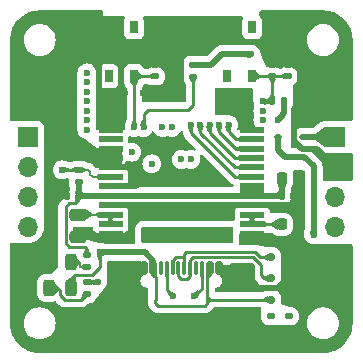
<source format=gbr>
%TF.GenerationSoftware,KiCad,Pcbnew,7.0.11*%
%TF.CreationDate,2025-03-31T22:51:49+09:00*%
%TF.ProjectId,sch16t_evt,73636831-3674-45f6-9576-742e6b696361,rev?*%
%TF.SameCoordinates,Original*%
%TF.FileFunction,Copper,L1,Top*%
%TF.FilePolarity,Positive*%
%FSLAX46Y46*%
G04 Gerber Fmt 4.6, Leading zero omitted, Abs format (unit mm)*
G04 Created by KiCad (PCBNEW 7.0.11) date 2025-03-31 22:51:49*
%MOMM*%
%LPD*%
G01*
G04 APERTURE LIST*
G04 Aperture macros list*
%AMRoundRect*
0 Rectangle with rounded corners*
0 $1 Rounding radius*
0 $2 $3 $4 $5 $6 $7 $8 $9 X,Y pos of 4 corners*
0 Add a 4 corners polygon primitive as box body*
4,1,4,$2,$3,$4,$5,$6,$7,$8,$9,$2,$3,0*
0 Add four circle primitives for the rounded corners*
1,1,$1+$1,$2,$3*
1,1,$1+$1,$4,$5*
1,1,$1+$1,$6,$7*
1,1,$1+$1,$8,$9*
0 Add four rect primitives between the rounded corners*
20,1,$1+$1,$2,$3,$4,$5,0*
20,1,$1+$1,$4,$5,$6,$7,0*
20,1,$1+$1,$6,$7,$8,$9,0*
20,1,$1+$1,$8,$9,$2,$3,0*%
G04 Aperture macros list end*
%TA.AperFunction,SMDPad,CuDef*%
%ADD10RoundRect,0.112500X-0.187500X-0.112500X0.187500X-0.112500X0.187500X0.112500X-0.187500X0.112500X0*%
%TD*%
%TA.AperFunction,SMDPad,CuDef*%
%ADD11RoundRect,0.140000X0.170000X-0.140000X0.170000X0.140000X-0.170000X0.140000X-0.170000X-0.140000X0*%
%TD*%
%TA.AperFunction,ComponentPad*%
%ADD12R,1.700000X1.700000*%
%TD*%
%TA.AperFunction,ComponentPad*%
%ADD13O,1.700000X1.700000*%
%TD*%
%TA.AperFunction,SMDPad,CuDef*%
%ADD14RoundRect,0.135000X0.185000X-0.135000X0.185000X0.135000X-0.185000X0.135000X-0.185000X-0.135000X0*%
%TD*%
%TA.AperFunction,SMDPad,CuDef*%
%ADD15RoundRect,0.135000X-0.185000X0.135000X-0.185000X-0.135000X0.185000X-0.135000X0.185000X0.135000X0*%
%TD*%
%TA.AperFunction,SMDPad,CuDef*%
%ADD16RoundRect,0.250000X-0.475000X0.250000X-0.475000X-0.250000X0.475000X-0.250000X0.475000X0.250000X0*%
%TD*%
%TA.AperFunction,SMDPad,CuDef*%
%ADD17RoundRect,0.243750X-0.243750X-0.456250X0.243750X-0.456250X0.243750X0.456250X-0.243750X0.456250X0*%
%TD*%
%TA.AperFunction,SMDPad,CuDef*%
%ADD18RoundRect,0.150000X-0.150000X-0.200000X0.150000X-0.200000X0.150000X0.200000X-0.150000X0.200000X0*%
%TD*%
%TA.AperFunction,SMDPad,CuDef*%
%ADD19RoundRect,0.140000X-0.140000X-0.170000X0.140000X-0.170000X0.140000X0.170000X-0.140000X0.170000X0*%
%TD*%
%TA.AperFunction,SMDPad,CuDef*%
%ADD20R,0.650000X1.050000*%
%TD*%
%TA.AperFunction,SMDPad,CuDef*%
%ADD21RoundRect,0.150000X-0.150000X-0.425000X0.150000X-0.425000X0.150000X0.425000X-0.150000X0.425000X0*%
%TD*%
%TA.AperFunction,SMDPad,CuDef*%
%ADD22RoundRect,0.075000X-0.075000X-0.500000X0.075000X-0.500000X0.075000X0.500000X-0.075000X0.500000X0*%
%TD*%
%TA.AperFunction,SMDPad,CuDef*%
%ADD23RoundRect,0.250000X-0.840000X-0.750000X0.840000X-0.750000X0.840000X0.750000X-0.840000X0.750000X0*%
%TD*%
%TA.AperFunction,SMDPad,CuDef*%
%ADD24R,2.000000X0.500000*%
%TD*%
%TA.AperFunction,SMDPad,CuDef*%
%ADD25RoundRect,0.225000X-0.225000X-0.250000X0.225000X-0.250000X0.225000X0.250000X-0.225000X0.250000X0*%
%TD*%
%TA.AperFunction,SMDPad,CuDef*%
%ADD26RoundRect,0.140000X0.140000X0.170000X-0.140000X0.170000X-0.140000X-0.170000X0.140000X-0.170000X0*%
%TD*%
%TA.AperFunction,SMDPad,CuDef*%
%ADD27RoundRect,0.135000X0.135000X0.185000X-0.135000X0.185000X-0.135000X-0.185000X0.135000X-0.185000X0*%
%TD*%
%TA.AperFunction,ViaPad*%
%ADD28C,0.600000*%
%TD*%
%TA.AperFunction,Conductor*%
%ADD29C,0.500000*%
%TD*%
%TA.AperFunction,Conductor*%
%ADD30C,0.250000*%
%TD*%
%TA.AperFunction,Conductor*%
%ADD31C,0.200000*%
%TD*%
G04 APERTURE END LIST*
D10*
%TO.P,D6,1,K*%
%TO.N,VDD*%
X158200000Y-96200000D03*
%TO.P,D6,2,A*%
%TO.N,+5V*%
X160300000Y-96200000D03*
%TD*%
D11*
%TO.P,C13,1*%
%TO.N,/EN*%
X159000000Y-91075000D03*
%TO.P,C13,2*%
%TO.N,GND*%
X159000000Y-90115000D03*
%TD*%
D12*
%TO.P,J3,1,Pin_1*%
%TO.N,/RX_1*%
X137000000Y-96210000D03*
D13*
%TO.P,J3,2,Pin_2*%
%TO.N,/TX_1*%
X137000000Y-98750000D03*
%TO.P,J3,3,Pin_3*%
%TO.N,/PPS*%
X137000000Y-101290000D03*
%TO.P,J3,4,Pin_4*%
%TO.N,/GPIO*%
X137000000Y-103830000D03*
%TD*%
D14*
%TO.P,R9,1*%
%TO.N,/IO8*%
X151000000Y-91120000D03*
%TO.P,R9,2*%
%TO.N,+3.3V*%
X151000000Y-90100000D03*
%TD*%
D15*
%TO.P,R6,1*%
%TO.N,/EXTRESN*%
X141300000Y-99000000D03*
%TO.P,R6,2*%
%TO.N,+3.3V*%
X141300000Y-100020000D03*
%TD*%
%TO.P,R7,1*%
%TO.N,+3.3V*%
X142000000Y-106250000D03*
%TO.P,R7,2*%
%TO.N,Net-(D7-A)*%
X142000000Y-107270000D03*
%TD*%
D16*
%TO.P,C4,1*%
%TO.N,Net-(U2-VREGA)*%
X141250000Y-102800000D03*
%TO.P,C4,2*%
%TO.N,GND*%
X141250000Y-104700000D03*
%TD*%
D17*
%TO.P,D7,1,K*%
%TO.N,GND*%
X138750000Y-106770000D03*
%TO.P,D7,2,A*%
%TO.N,Net-(D7-A)*%
X140625000Y-106770000D03*
%TD*%
D18*
%TO.P,D3,1,A1*%
%TO.N,GND*%
X159000000Y-106400000D03*
%TO.P,D3,2,A2*%
%TO.N,/DM*%
X157600000Y-106400000D03*
%TD*%
D19*
%TO.P,C9,1*%
%TO.N,+3.3V*%
X158500000Y-101200000D03*
%TO.P,C9,2*%
%TO.N,GND*%
X159460000Y-101200000D03*
%TD*%
D20*
%TO.P,SW1,1*%
%TO.N,unconnected-(SW1-Pad1)*%
X156000000Y-86925000D03*
%TO.P,SW1,2*%
%TO.N,/EN*%
X156000000Y-91075000D03*
%TO.P,SW1,3*%
%TO.N,GND*%
X153850000Y-86925000D03*
%TO.P,SW1,4*%
%TO.N,unconnected-(SW1-Pad4)*%
X153850000Y-91075000D03*
%TD*%
D11*
%TO.P,C10,1*%
%TO.N,/EN*%
X157700000Y-91075000D03*
%TO.P,C10,2*%
%TO.N,GND*%
X157700000Y-90115000D03*
%TD*%
D21*
%TO.P,J2,A1,GND*%
%TO.N,GND*%
X146800000Y-107320000D03*
%TO.P,J2,A4,VBUS*%
%TO.N,VBUS*%
X147600000Y-107320000D03*
D22*
%TO.P,J2,A5,CC1*%
%TO.N,Net-(J2-CC1)*%
X148750000Y-107320000D03*
%TO.P,J2,A6,D+*%
%TO.N,/DP*%
X149750000Y-107320000D03*
%TO.P,J2,A7,D-*%
%TO.N,/DM*%
X150250000Y-107320000D03*
%TO.P,J2,A8,SBU1*%
%TO.N,unconnected-(J2-SBU1-PadA8)*%
X151250000Y-107320000D03*
D21*
%TO.P,J2,A9,VBUS*%
%TO.N,VBUS*%
X152400000Y-107320000D03*
%TO.P,J2,A12,GND*%
%TO.N,GND*%
X153200000Y-107320000D03*
%TO.P,J2,B1,GND*%
X153200000Y-107320000D03*
%TO.P,J2,B4,VBUS*%
%TO.N,VBUS*%
X152400000Y-107320000D03*
D22*
%TO.P,J2,B5,CC2*%
%TO.N,Net-(J2-CC2)*%
X151750000Y-107320000D03*
%TO.P,J2,B6,D+*%
%TO.N,/DP*%
X150750000Y-107320000D03*
%TO.P,J2,B7,D-*%
%TO.N,/DM*%
X149250000Y-107320000D03*
%TO.P,J2,B8,SBU2*%
%TO.N,unconnected-(J2-SBU2-PadB8)*%
X148250000Y-107320000D03*
D21*
%TO.P,J2,B9,VBUS*%
%TO.N,VBUS*%
X147600000Y-107320000D03*
%TO.P,J2,B12,GND*%
%TO.N,GND*%
X146800000Y-107320000D03*
D23*
%TO.P,J2,S1,SHIELD*%
X144890000Y-107895000D03*
X144890000Y-111825000D03*
X155110000Y-107895000D03*
X155110000Y-111825000D03*
%TD*%
D15*
%TO.P,R3,1*%
%TO.N,Net-(J2-CC2)*%
X157600000Y-111390000D03*
%TO.P,R3,2*%
%TO.N,GND*%
X157600000Y-112410000D03*
%TD*%
D24*
%TO.P,U2,1,HEASINK*%
%TO.N,GND*%
X144000000Y-95600000D03*
%TO.P,U2,2,N.C.*%
%TO.N,unconnected-(U2-N.C.-Pad2)*%
X144000000Y-96400000D03*
%TO.P,U2,3,TA9*%
%TO.N,GND*%
X144000000Y-97200000D03*
%TO.P,U2,4,TA8*%
X144000000Y-98000000D03*
%TO.P,U2,5,RESERVED*%
X144000000Y-98800000D03*
%TO.P,U2,6,EXTRESN*%
%TO.N,/EXTRESN*%
X144000000Y-99600000D03*
%TO.P,U2,7,RESERVED*%
%TO.N,GND*%
X144000000Y-100400000D03*
%TO.P,U2,8,V3P3*%
%TO.N,+3.3V*%
X144000000Y-101200000D03*
%TO.P,U2,9,GND*%
%TO.N,GND*%
X144000000Y-102000000D03*
%TO.P,U2,10,VREGA2*%
%TO.N,Net-(U2-VREGA)*%
X144000000Y-102800000D03*
%TO.P,U2,11,VREGA*%
X144000000Y-103600000D03*
%TO.P,U2,12,GND*%
%TO.N,GND*%
X144000000Y-104400000D03*
%TO.P,U2,13,GND*%
X156000000Y-104400000D03*
%TO.P,U2,14,VREGD2*%
%TO.N,Net-(U2-VREGD)*%
X156000000Y-103600000D03*
%TO.P,U2,15,VREGD*%
X156000000Y-102800000D03*
%TO.P,U2,16,GND*%
%TO.N,GND*%
X156000000Y-102000000D03*
%TO.P,U2,17,V3P3*%
%TO.N,+3.3V*%
X156000000Y-101200000D03*
%TO.P,U2,18,VDDIO*%
X156000000Y-100400000D03*
%TO.P,U2,19,MISO*%
%TO.N,/MISO*%
X156000000Y-99600000D03*
%TO.P,U2,20,DRY_SYNC*%
%TO.N,/DRY_SYNC*%
X156000000Y-98800000D03*
%TO.P,U2,21,SCK*%
%TO.N,/SCK*%
X156000000Y-98000000D03*
%TO.P,U2,22,CS*%
%TO.N,/CS*%
X156000000Y-97200000D03*
%TO.P,U2,23,MOSI*%
%TO.N,/MOSI*%
X156000000Y-96400000D03*
%TO.P,U2,24,HEASINK*%
%TO.N,GND*%
X156000000Y-95600000D03*
%TD*%
D25*
%TO.P,C7,1*%
%TO.N,+3.3V*%
X158500000Y-99700000D03*
%TO.P,C7,2*%
%TO.N,GND*%
X160050000Y-99700000D03*
%TD*%
D20*
%TO.P,SW2,1*%
%TO.N,unconnected-(SW2-Pad1)*%
X146000000Y-86925000D03*
%TO.P,SW2,2*%
%TO.N,/IO9*%
X146000000Y-91075000D03*
%TO.P,SW2,3*%
%TO.N,GND*%
X143850000Y-86925000D03*
%TO.P,SW2,4*%
%TO.N,unconnected-(SW2-Pad4)*%
X143850000Y-91075000D03*
%TD*%
D25*
%TO.P,C6,1*%
%TO.N,Net-(U2-VREGD)*%
X158500000Y-103613000D03*
%TO.P,C6,2*%
%TO.N,GND*%
X160050000Y-103613000D03*
%TD*%
D18*
%TO.P,D4,1,A1*%
%TO.N,GND*%
X159000000Y-108200000D03*
%TO.P,D4,2,A2*%
%TO.N,/DP*%
X157600000Y-108200000D03*
%TD*%
%TO.P,D2,1,A1*%
%TO.N,GND*%
X159000000Y-110000000D03*
%TO.P,D2,2,A2*%
%TO.N,VBUS*%
X157600000Y-110000000D03*
%TD*%
D14*
%TO.P,R1,1*%
%TO.N,Net-(D1-K)*%
X142000000Y-109520000D03*
%TO.P,R1,2*%
%TO.N,Net-(U1-STAT)*%
X142000000Y-108500000D03*
%TD*%
D26*
%TO.P,C3,1*%
%TO.N,+3.3V*%
X141300000Y-101200000D03*
%TO.P,C3,2*%
%TO.N,GND*%
X140340000Y-101200000D03*
%TD*%
D17*
%TO.P,D1,1,K*%
%TO.N,Net-(D1-K)*%
X138750000Y-109000000D03*
%TO.P,D1,2,A*%
%TO.N,VBUS*%
X140625000Y-109000000D03*
%TD*%
D11*
%TO.P,C14,1*%
%TO.N,/IO9*%
X147800000Y-91075000D03*
%TO.P,C14,2*%
%TO.N,GND*%
X147800000Y-90115000D03*
%TD*%
D12*
%TO.P,J4,1,Pin_1*%
%TO.N,+5V*%
X163000000Y-96210000D03*
D13*
%TO.P,J4,2,Pin_2*%
%TO.N,GND*%
X163000000Y-98750000D03*
%TO.P,J4,3,Pin_3*%
%TO.N,/TX_2*%
X163000000Y-101290000D03*
%TO.P,J4,4,Pin_4*%
%TO.N,/RX_2*%
X163000000Y-103830000D03*
%TD*%
D15*
%TO.P,R4,1*%
%TO.N,Net-(J2-CC1)*%
X159100000Y-111390000D03*
%TO.P,R4,2*%
%TO.N,GND*%
X159100000Y-112410000D03*
%TD*%
D27*
%TO.P,R8,1*%
%TO.N,+3.3V*%
X158720000Y-93200000D03*
%TO.P,R8,2*%
%TO.N,/EN*%
X157700000Y-93200000D03*
%TD*%
D28*
%TO.N,GND*%
X150000000Y-89500000D03*
X151000000Y-114000000D03*
X162000000Y-91000000D03*
X145250000Y-89750000D03*
X146750000Y-88500000D03*
X139000000Y-102500000D03*
X140500000Y-86000000D03*
X140500000Y-88000000D03*
X144250000Y-111250000D03*
X138000000Y-90750000D03*
X162000000Y-93000000D03*
X146500000Y-109750000D03*
X154500000Y-93750000D03*
X153250000Y-92500000D03*
X145250000Y-92500000D03*
X151000000Y-112250000D03*
X144250000Y-109750000D03*
X146750000Y-89750000D03*
X148000000Y-88000000D03*
X157750000Y-86000000D03*
X145250000Y-88500000D03*
X150000000Y-88000000D03*
X159700000Y-93655000D03*
X136000000Y-90750000D03*
X148000000Y-89500000D03*
X138000000Y-107250000D03*
X150000000Y-91500000D03*
X140750000Y-94750000D03*
X149000000Y-112250000D03*
X140750000Y-114000000D03*
X146400000Y-99500000D03*
X140750000Y-96250000D03*
X152000000Y-88000000D03*
X159500000Y-88000000D03*
X153250000Y-93750000D03*
X139000000Y-100000000D03*
X144250000Y-107250000D03*
X139000000Y-105000000D03*
X142750000Y-114000000D03*
X136000000Y-109250000D03*
X149000000Y-114000000D03*
X157750000Y-88000000D03*
X142750000Y-112000000D03*
X164000000Y-91000000D03*
X160000000Y-102500000D03*
X154500000Y-92500000D03*
X140750000Y-112000000D03*
X142500000Y-86000000D03*
X138000000Y-92750000D03*
X136000000Y-92750000D03*
X142500000Y-88000000D03*
X164000000Y-93000000D03*
X136000000Y-107250000D03*
X145500000Y-108500000D03*
X146750000Y-92500000D03*
X159500000Y-86000000D03*
X140750000Y-93250000D03*
%TO.N,VBUS*%
X143100000Y-106000000D03*
%TO.N,+3.3V*%
X155900000Y-89200000D03*
X158500000Y-101200000D03*
X158150000Y-94800000D03*
%TO.N,VDD*%
X161200000Y-104500000D03*
X147700000Y-104100000D03*
X152500000Y-104900000D03*
X152500000Y-104100000D03*
X146900000Y-104900000D03*
X154100000Y-104100000D03*
X153300000Y-104100000D03*
X153300000Y-104900000D03*
X147700000Y-104900000D03*
X146900000Y-104100000D03*
X154100000Y-104900000D03*
%TO.N,/EN*%
X156900000Y-93200000D03*
%TO.N,/IO9*%
X146000000Y-95400000D03*
%TO.N,/DM*%
X150800000Y-98125000D03*
X157600000Y-106400000D03*
%TO.N,/DP*%
X149999997Y-98125000D03*
X157600000Y-108200000D03*
%TO.N,Net-(J2-CC1)*%
X149300000Y-109700000D03*
X159100000Y-111390000D03*
%TO.N,Net-(J2-CC2)*%
X157600000Y-111390000D03*
X151100000Y-109700000D03*
%TO.N,/RX_1*%
X142000000Y-91600000D03*
%TO.N,/TX_1*%
X142000000Y-90800000D03*
%TO.N,/PPS*%
X149200000Y-95400000D03*
%TO.N,/GPIO*%
X148400000Y-95400000D03*
%TO.N,/TX_2*%
X156900000Y-94800000D03*
%TO.N,/RX_2*%
X156900000Y-94000000D03*
%TO.N,Net-(U1-STAT)*%
X142900000Y-108500000D03*
X147500000Y-98500000D03*
%TO.N,/EXTRESN*%
X139900000Y-99000000D03*
X142000000Y-92400000D03*
%TO.N,/IO8*%
X146800000Y-95400000D03*
%TO.N,/MISO*%
X142000000Y-94800000D03*
X150799988Y-95200000D03*
%TO.N,/DRY_SYNC*%
X142000000Y-93200000D03*
X151599991Y-95200000D03*
%TO.N,/SCK*%
X142000000Y-95600000D03*
X152399994Y-95200000D03*
%TO.N,/CS*%
X142000000Y-94000000D03*
X153199997Y-95200000D03*
%TO.N,/MOSI*%
X145800000Y-97500000D03*
X154000000Y-95200000D03*
%TD*%
D29*
%TO.N,GND*%
X156000000Y-102000000D02*
X159500000Y-102000000D01*
X155110000Y-107895000D02*
X156215000Y-109000000D01*
X146400000Y-99100000D02*
X146100000Y-98800000D01*
X144000000Y-102000000D02*
X156000000Y-102000000D01*
X144000000Y-98000000D02*
X144000000Y-98800000D01*
X160201388Y-97200000D02*
X159530000Y-96528612D01*
X159500000Y-102000000D02*
X160000000Y-102500000D01*
X142500000Y-88000000D02*
X143000000Y-88500000D01*
X144000000Y-100400000D02*
X146200000Y-100400000D01*
X161450000Y-97200000D02*
X160201388Y-97200000D01*
X163000000Y-98750000D02*
X161450000Y-97200000D01*
X143000000Y-88500000D02*
X143000000Y-95000000D01*
X143000000Y-95000000D02*
X143600000Y-95600000D01*
X159530000Y-96528612D02*
X159530000Y-93825000D01*
X146400000Y-100200000D02*
X146200000Y-100400000D01*
X146400000Y-99100000D02*
X146400000Y-99500000D01*
X150000000Y-89500000D02*
X150000000Y-91500000D01*
X146400000Y-99500000D02*
X146400000Y-100200000D01*
X146100000Y-98800000D02*
X144000000Y-98800000D01*
X156215000Y-109000000D02*
X158200000Y-109000000D01*
X159530000Y-93825000D02*
X159700000Y-93655000D01*
X143600000Y-95600000D02*
X144000000Y-95600000D01*
X158200000Y-109000000D02*
X159000000Y-108200000D01*
D30*
%TO.N,VBUS*%
X152400000Y-107320000D02*
X152400000Y-107895051D01*
X152400000Y-110000000D02*
X157600000Y-110000000D01*
X152190000Y-109800000D02*
X152200000Y-109800000D01*
X152190000Y-109985051D02*
X152204949Y-110000000D01*
X141025001Y-107900000D02*
X142400000Y-107900000D01*
X148000000Y-110500000D02*
X149800000Y-110500000D01*
X147800000Y-110300000D02*
X148000000Y-110500000D01*
X152204949Y-110000000D02*
X152400000Y-110000000D01*
X140625000Y-108300001D02*
X141025001Y-107900000D01*
X152190000Y-109800000D02*
X152190000Y-109985051D01*
X152400000Y-107895051D02*
X152190000Y-108105051D01*
X152000000Y-110500000D02*
X150200000Y-110500000D01*
X149800000Y-110500000D02*
X150000000Y-110500000D01*
X143100000Y-107200000D02*
X143100000Y-106000000D01*
X152200000Y-109800000D02*
X152400000Y-110000000D01*
X152190000Y-109985051D02*
X152190000Y-110310000D01*
X147600000Y-107320000D02*
X147600000Y-107895051D01*
X152190000Y-110310000D02*
X152190000Y-110210000D01*
X147800000Y-110020000D02*
X147800000Y-110300000D01*
X152190000Y-110210000D02*
X152400000Y-110000000D01*
D29*
X147600000Y-107320000D02*
X147600000Y-106692316D01*
X146907684Y-106000000D02*
X143100000Y-106000000D01*
D30*
X147600000Y-107895051D02*
X147810000Y-108105051D01*
D29*
X147600000Y-106692316D02*
X146907684Y-106000000D01*
D30*
X150200000Y-110500000D02*
X150000000Y-110500000D01*
X147810000Y-108105051D02*
X147810000Y-110010000D01*
X142400000Y-107900000D02*
X143100000Y-107200000D01*
X152190000Y-110310000D02*
X152000000Y-110500000D01*
X140625000Y-109000000D02*
X140625000Y-108300001D01*
X152190000Y-108105051D02*
X152190000Y-109800000D01*
X147810000Y-110010000D02*
X147800000Y-110020000D01*
%TO.N,+3.3V*%
X140974999Y-101835000D02*
X140500000Y-101835000D01*
X141300000Y-101509999D02*
X140974999Y-101835000D01*
D29*
X141300000Y-101200000D02*
X144000000Y-101200000D01*
X152500000Y-90100000D02*
X151000000Y-90100000D01*
X158720000Y-94230000D02*
X158720000Y-93200000D01*
D30*
X140500000Y-101835000D02*
X140200000Y-102135000D01*
D29*
X158150000Y-94800000D02*
X158720000Y-94230000D01*
D30*
X140525000Y-105525000D02*
X141825000Y-105525000D01*
D29*
X155900000Y-89200000D02*
X153400000Y-89200000D01*
D30*
X140200000Y-105200000D02*
X140525000Y-105525000D01*
X142000000Y-105700000D02*
X142000000Y-106250000D01*
D29*
X158500000Y-101200000D02*
X156000000Y-101200000D01*
X158500000Y-99700000D02*
X158500000Y-101200000D01*
D30*
X140200000Y-102135000D02*
X140200000Y-105200000D01*
D29*
X144000000Y-101200000D02*
X156000000Y-101200000D01*
X141300000Y-100020000D02*
X141300000Y-101200000D01*
X153400000Y-89200000D02*
X152500000Y-90100000D01*
D30*
X141825000Y-105525000D02*
X142000000Y-105700000D01*
X141300000Y-101200000D02*
X141300000Y-101509999D01*
D31*
%TO.N,Net-(U2-VREGA)*%
X144000000Y-103600000D02*
X144000000Y-102800000D01*
X144000000Y-102800000D02*
X141250000Y-102800000D01*
D29*
%TO.N,VDD*%
X158800000Y-97900000D02*
X160400000Y-97900000D01*
X158200000Y-97300000D02*
X158800000Y-97900000D01*
X161200000Y-98700000D02*
X161200000Y-104500000D01*
X160400000Y-97900000D02*
X161200000Y-98700000D01*
X158200000Y-96200000D02*
X158200000Y-97300000D01*
D30*
%TO.N,Net-(U2-VREGD)*%
X156013000Y-103613000D02*
X156000000Y-103600000D01*
X158500000Y-103613000D02*
X156013000Y-103613000D01*
X156000000Y-103600000D02*
X156000000Y-102800000D01*
%TO.N,/EN*%
X157700000Y-91075000D02*
X157700000Y-93200000D01*
X157700000Y-93200000D02*
X156900000Y-93200000D01*
X159000000Y-91075000D02*
X156000000Y-91075000D01*
%TO.N,/IO9*%
X147800000Y-91075000D02*
X146075000Y-91075000D01*
X146000000Y-95400000D02*
X146000000Y-91075000D01*
%TO.N,Net-(D1-K)*%
X139700000Y-109586088D02*
X140138912Y-110025000D01*
X139700000Y-109200000D02*
X139700000Y-109586088D01*
X139500000Y-109000000D02*
X139700000Y-109200000D01*
X140138912Y-110025000D02*
X141495000Y-110025000D01*
X141495000Y-110025000D02*
X142000000Y-109520000D01*
X138750000Y-109000000D02*
X139500000Y-109000000D01*
%TO.N,/DM*%
X149507236Y-106420000D02*
X150230000Y-106420000D01*
X157600000Y-106500000D02*
X157600000Y-106400000D01*
X149250000Y-107320000D02*
X149250000Y-106677236D01*
X150250000Y-106400000D02*
X150250000Y-106677236D01*
X150430000Y-105970000D02*
X150250000Y-106150000D01*
X150230000Y-106420000D02*
X150250000Y-106400000D01*
X150250000Y-106677236D02*
X150250000Y-107320000D01*
X157500000Y-106400000D02*
X156661496Y-106400000D01*
X157500000Y-106400000D02*
X157500000Y-106400000D01*
X150250000Y-106150000D02*
X150250000Y-106400000D01*
X157600000Y-106400000D02*
X157500000Y-106400000D01*
X156661496Y-106400000D02*
X156231496Y-105970000D01*
X149250000Y-106677236D02*
X149507236Y-106420000D01*
X156231496Y-105970000D02*
X150430000Y-105970000D01*
X157600000Y-106500000D02*
X157600000Y-106500000D01*
%TO.N,/DP*%
X150492764Y-108220000D02*
X150750000Y-107962764D01*
X151007236Y-106420000D02*
X156045100Y-106420000D01*
X150750000Y-107320000D02*
X150750000Y-106677236D01*
X149750000Y-107320000D02*
X149750000Y-107962764D01*
X156700000Y-107900000D02*
X157000000Y-108200000D01*
X150750000Y-107962764D02*
X150750000Y-107320000D01*
X149750000Y-107962764D02*
X150007236Y-108220000D01*
X156045100Y-106420000D02*
X156700000Y-107074900D01*
X150007236Y-108220000D02*
X150492764Y-108220000D01*
X156700000Y-107074900D02*
X156700000Y-107900000D01*
X157000000Y-108200000D02*
X157600000Y-108200000D01*
X150750000Y-106677236D02*
X151007236Y-106420000D01*
D29*
%TO.N,+5V*%
X163000000Y-96210000D02*
X160310000Y-96210000D01*
X160310000Y-96210000D02*
X160300000Y-96200000D01*
D31*
%TO.N,Net-(D7-A)*%
X141500000Y-107270000D02*
X141400000Y-107170000D01*
X141300000Y-106770000D02*
X140625000Y-106770000D01*
X141400000Y-106870000D02*
X141300000Y-106770000D01*
X141400000Y-107170000D02*
X141400000Y-106870000D01*
X142000000Y-107270000D02*
X141500000Y-107270000D01*
D30*
%TO.N,Net-(J2-CC1)*%
X149300000Y-109700000D02*
X148750000Y-109150000D01*
X148750000Y-109150000D02*
X148750000Y-107320000D01*
%TO.N,Net-(J2-CC2)*%
X151740000Y-107330000D02*
X151750000Y-107320000D01*
X151740000Y-109060000D02*
X151740000Y-107330000D01*
X151100000Y-109700000D02*
X151740000Y-109060000D01*
%TO.N,Net-(U1-STAT)*%
X142000000Y-108500000D02*
X142900000Y-108500000D01*
D31*
%TO.N,/EXTRESN*%
X142300000Y-99400000D02*
X142400000Y-99500000D01*
X141300000Y-99000000D02*
X142100000Y-99000000D01*
X144000000Y-99600000D02*
X142500000Y-99600000D01*
D30*
X139900000Y-99000000D02*
X141300000Y-99000000D01*
D31*
X142300000Y-99200000D02*
X142100000Y-99000000D01*
X142500000Y-99600000D02*
X142400000Y-99500000D01*
X142300000Y-99200000D02*
X142300000Y-99400000D01*
D30*
%TO.N,/IO8*%
X150600000Y-93900000D02*
X151000000Y-93500000D01*
X147200000Y-93900000D02*
X150600000Y-93900000D01*
X146800000Y-94300000D02*
X147200000Y-93900000D01*
X151000000Y-93500000D02*
X151000000Y-91120000D01*
X146800000Y-95400000D02*
X146800000Y-94300000D01*
%TO.N,/MISO*%
X156000000Y-99600000D02*
X154500000Y-99600000D01*
X154500000Y-99600000D02*
X150799988Y-95899988D01*
X150799988Y-95899988D02*
X150799988Y-95200000D01*
%TO.N,/DRY_SYNC*%
X151599991Y-95899991D02*
X154500000Y-98800000D01*
X154500000Y-98800000D02*
X156000000Y-98800000D01*
X151599991Y-95200000D02*
X151599991Y-95899991D01*
%TO.N,/SCK*%
X154499994Y-98000000D02*
X152399994Y-95900000D01*
X156000000Y-98000000D02*
X154499994Y-98000000D01*
X152399994Y-95900000D02*
X152399994Y-95200000D01*
%TO.N,/CS*%
X153199997Y-95813601D02*
X153199997Y-95200000D01*
X156000000Y-97200000D02*
X154586396Y-97200000D01*
X154586396Y-97200000D02*
X153199997Y-95813601D01*
%TO.N,/MOSI*%
X154000000Y-95800000D02*
X154000000Y-95200000D01*
X156000000Y-96400000D02*
X154600000Y-96400000D01*
X154000000Y-95800000D02*
X154600000Y-96400000D01*
%TD*%
%TA.AperFunction,Conductor*%
%TO.N,VBUS*%
G36*
X147606366Y-106352737D02*
G01*
X147608796Y-106356283D01*
X147781602Y-106747574D01*
X147782039Y-106755877D01*
X147603058Y-107313380D01*
X147597266Y-107320210D01*
X147593048Y-107321449D01*
X147313330Y-107348584D01*
X147304764Y-107345972D01*
X147300555Y-107338069D01*
X147300500Y-107336939D01*
X147300500Y-106861743D01*
X147300500Y-106861740D01*
X147290573Y-106793607D01*
X147250544Y-106711727D01*
X147249392Y-106707508D01*
X147248768Y-106699588D01*
X147251534Y-106691073D01*
X147252146Y-106690411D01*
X147589821Y-106352736D01*
X147598093Y-106349310D01*
X147606366Y-106352737D01*
G37*
%TD.AperFunction*%
%TD*%
%TA.AperFunction,Conductor*%
%TO.N,Net-(U2-VREGD)*%
G36*
X158183228Y-103171496D02*
G01*
X158496080Y-103606165D01*
X158498132Y-103614882D01*
X158496080Y-103619835D01*
X158183228Y-104054503D01*
X158175614Y-104059216D01*
X158167991Y-104057863D01*
X157605959Y-103741355D01*
X157600432Y-103734309D01*
X157600000Y-103731160D01*
X157600000Y-103494839D01*
X157603427Y-103486566D01*
X157605959Y-103484644D01*
X158167993Y-103168135D01*
X158176881Y-103167063D01*
X158183228Y-103171496D01*
G37*
%TD.AperFunction*%
%TD*%
%TA.AperFunction,Conductor*%
%TO.N,/DRY_SYNC*%
G36*
X151867309Y-95310691D02*
G01*
X151873620Y-95317042D01*
X151873961Y-95324987D01*
X151727562Y-95791801D01*
X151721816Y-95798670D01*
X151716398Y-95800000D01*
X151483584Y-95800000D01*
X151475311Y-95796573D01*
X151472420Y-95791801D01*
X151326020Y-95324987D01*
X151326814Y-95316068D01*
X151332670Y-95310692D01*
X151595481Y-95200883D01*
X151604435Y-95200857D01*
X151867309Y-95310691D01*
G37*
%TD.AperFunction*%
%TD*%
%TA.AperFunction,Conductor*%
%TO.N,VBUS*%
G36*
X147613608Y-107339559D02*
G01*
X147897356Y-107741257D01*
X147899500Y-107748007D01*
X147899500Y-107829113D01*
X147898415Y-108011856D01*
X147894988Y-108020060D01*
X147730188Y-108184860D01*
X147721915Y-108188287D01*
X147713642Y-108184860D01*
X147713376Y-108184584D01*
X147447115Y-107898310D01*
X147443990Y-107889918D01*
X147444393Y-107887269D01*
X147592764Y-107343229D01*
X147598247Y-107336151D01*
X147607130Y-107335021D01*
X147613608Y-107339559D01*
G37*
%TD.AperFunction*%
%TD*%
%TA.AperFunction,Conductor*%
%TO.N,/IO9*%
G36*
X146006150Y-91086305D02*
G01*
X146009953Y-91090108D01*
X146321207Y-91593862D01*
X146322641Y-91602701D01*
X146321218Y-91606144D01*
X146128426Y-91919432D01*
X146121172Y-91924682D01*
X146118462Y-91925000D01*
X145881538Y-91925000D01*
X145873265Y-91921573D01*
X145871574Y-91919432D01*
X145678781Y-91606144D01*
X145677363Y-91597302D01*
X145678792Y-91593862D01*
X145990047Y-91090108D01*
X145997311Y-91084871D01*
X146006150Y-91086305D01*
G37*
%TD.AperFunction*%
%TD*%
%TA.AperFunction,Conductor*%
%TO.N,Net-(D1-K)*%
G36*
X141994482Y-109518106D02*
G01*
X142001967Y-109523021D01*
X142003114Y-109525156D01*
X142107898Y-109780404D01*
X142107870Y-109789359D01*
X142102783Y-109795060D01*
X141654707Y-110045477D01*
X141645813Y-110046522D01*
X141640726Y-110043537D01*
X141476197Y-109879008D01*
X141472770Y-109870735D01*
X141474027Y-109865459D01*
X141676025Y-109466023D01*
X141682815Y-109460189D01*
X141688652Y-109459812D01*
X141994482Y-109518106D01*
G37*
%TD.AperFunction*%
%TD*%
%TA.AperFunction,Conductor*%
%TO.N,VDD*%
G36*
X161447507Y-103903427D02*
G01*
X161450894Y-103910728D01*
X161498947Y-104487370D01*
X161496219Y-104495900D01*
X161488259Y-104500002D01*
X161487326Y-104500042D01*
X161200039Y-104500999D01*
X161199961Y-104500999D01*
X160912673Y-104500042D01*
X160904411Y-104496588D01*
X160901012Y-104488303D01*
X160901052Y-104487370D01*
X160949106Y-103910728D01*
X160953208Y-103902768D01*
X160960766Y-103900000D01*
X161439234Y-103900000D01*
X161447507Y-103903427D01*
G37*
%TD.AperFunction*%
%TD*%
%TA.AperFunction,Conductor*%
%TO.N,Net-(U2-VREGD)*%
G36*
X156008257Y-102807290D02*
G01*
X156008290Y-102807323D01*
X156244061Y-103044037D01*
X156247471Y-103052317D01*
X156246236Y-103057526D01*
X156128234Y-103293532D01*
X156121469Y-103299400D01*
X156117769Y-103300000D01*
X155882231Y-103300000D01*
X155873958Y-103296573D01*
X155871766Y-103293532D01*
X155753763Y-103057526D01*
X155753128Y-103048594D01*
X155755935Y-103044040D01*
X155991710Y-102807322D01*
X155999977Y-102803880D01*
X156008257Y-102807290D01*
G37*
%TD.AperFunction*%
%TD*%
%TA.AperFunction,Conductor*%
%TO.N,/EN*%
G36*
X157707296Y-91079825D02*
G01*
X157972847Y-91291814D01*
X157977175Y-91299653D01*
X157976180Y-91305840D01*
X157828131Y-91628183D01*
X157821564Y-91634271D01*
X157817499Y-91635000D01*
X157582501Y-91635000D01*
X157574228Y-91631573D01*
X157571869Y-91628183D01*
X157423819Y-91305840D01*
X157423480Y-91296892D01*
X157427149Y-91291816D01*
X157692702Y-91079825D01*
X157701304Y-91077343D01*
X157707296Y-91079825D01*
G37*
%TD.AperFunction*%
%TD*%
%TA.AperFunction,Conductor*%
%TO.N,VBUS*%
G36*
X147606366Y-106352737D02*
G01*
X147608796Y-106356283D01*
X147781602Y-106747574D01*
X147782039Y-106755877D01*
X147603058Y-107313380D01*
X147597266Y-107320210D01*
X147593048Y-107321449D01*
X147313330Y-107348584D01*
X147304764Y-107345972D01*
X147300555Y-107338069D01*
X147300500Y-107336939D01*
X147300500Y-106861743D01*
X147300500Y-106861740D01*
X147290573Y-106793607D01*
X147250544Y-106711727D01*
X147249392Y-106707508D01*
X147248768Y-106699588D01*
X147251534Y-106691073D01*
X147252146Y-106690411D01*
X147589821Y-106352736D01*
X147598093Y-106349310D01*
X147606366Y-106352737D01*
G37*
%TD.AperFunction*%
%TD*%
%TA.AperFunction,Conductor*%
%TO.N,+3.3V*%
G36*
X156811971Y-100402381D02*
G01*
X156852346Y-100410412D01*
X156897043Y-100428927D01*
X156920913Y-100444877D01*
X156955122Y-100479086D01*
X156971072Y-100502956D01*
X156989588Y-100547655D01*
X156997617Y-100588020D01*
X157000000Y-100612210D01*
X157000000Y-100987789D01*
X156997617Y-101011982D01*
X156989588Y-101052344D01*
X156971072Y-101097043D01*
X156955122Y-101120913D01*
X156920913Y-101155122D01*
X156897043Y-101171072D01*
X156852344Y-101189588D01*
X156835841Y-101192870D01*
X156811978Y-101197617D01*
X156787789Y-101200000D01*
X155212211Y-101200000D01*
X155188020Y-101197617D01*
X155172744Y-101194578D01*
X155147656Y-101189588D01*
X155102956Y-101171072D01*
X155079086Y-101155122D01*
X155044877Y-101120913D01*
X155028927Y-101097043D01*
X155010412Y-101052346D01*
X155002381Y-101011971D01*
X155000000Y-100987789D01*
X155000000Y-100612210D01*
X155002381Y-100588029D01*
X155010412Y-100547651D01*
X155028927Y-100502956D01*
X155044877Y-100479086D01*
X155079086Y-100444877D01*
X155102956Y-100428927D01*
X155147653Y-100410412D01*
X155188027Y-100402381D01*
X155212211Y-100400000D01*
X156787789Y-100400000D01*
X156811971Y-100402381D01*
G37*
%TD.AperFunction*%
%TD*%
%TA.AperFunction,Conductor*%
%TO.N,Net-(D1-K)*%
G36*
X139245068Y-108597216D02*
G01*
X139453186Y-108793352D01*
X139738716Y-109062444D01*
X139742387Y-109070611D01*
X139739207Y-109078982D01*
X139738965Y-109079231D01*
X139570954Y-109247242D01*
X139570444Y-109247722D01*
X139211939Y-109565667D01*
X139203476Y-109568593D01*
X139195423Y-109564677D01*
X139194999Y-109564171D01*
X138756329Y-109008210D01*
X138753895Y-108999593D01*
X138757997Y-108991997D01*
X139229529Y-108596763D01*
X139238070Y-108594076D01*
X139245068Y-108597216D01*
G37*
%TD.AperFunction*%
%TD*%
%TA.AperFunction,Conductor*%
%TO.N,+3.3V*%
G36*
X141849336Y-100949052D02*
G01*
X141857273Y-100953198D01*
X141860000Y-100960706D01*
X141860000Y-101439293D01*
X141856573Y-101447566D01*
X141849336Y-101450947D01*
X141528784Y-101479443D01*
X141520240Y-101476762D01*
X141518604Y-101475088D01*
X141465964Y-101409149D01*
X141304825Y-101207297D01*
X141302343Y-101198696D01*
X141304825Y-101192703D01*
X141518604Y-100924910D01*
X141526444Y-100920583D01*
X141528780Y-100920556D01*
X141849336Y-100949052D01*
G37*
%TD.AperFunction*%
%TD*%
%TA.AperFunction,Conductor*%
%TO.N,Net-(J2-CC2)*%
G36*
X151441950Y-109193423D02*
G01*
X151606576Y-109358049D01*
X151610003Y-109366322D01*
X151608673Y-109371740D01*
X151382106Y-109805346D01*
X151375237Y-109811092D01*
X151367292Y-109810751D01*
X151103815Y-109702563D01*
X151097463Y-109696251D01*
X151097436Y-109696184D01*
X150989248Y-109432707D01*
X150989275Y-109423752D01*
X150994651Y-109417894D01*
X151428262Y-109191325D01*
X151437178Y-109190532D01*
X151441950Y-109193423D01*
G37*
%TD.AperFunction*%
%TD*%
%TA.AperFunction,Conductor*%
%TO.N,/EN*%
G36*
X157491802Y-93072429D02*
G01*
X157498670Y-93078174D01*
X157500000Y-93083592D01*
X157500000Y-93316407D01*
X157496573Y-93324680D01*
X157491801Y-93327571D01*
X157024987Y-93473970D01*
X157016068Y-93473176D01*
X157010691Y-93467318D01*
X156900883Y-93204509D01*
X156900857Y-93195556D01*
X156900862Y-93195542D01*
X157010691Y-92932680D01*
X157017042Y-92926370D01*
X157024986Y-92926029D01*
X157491802Y-93072429D01*
G37*
%TD.AperFunction*%
%TD*%
%TA.AperFunction,Conductor*%
%TO.N,VBUS*%
G36*
X143112618Y-105701051D02*
G01*
X143689272Y-105749106D01*
X143697232Y-105753208D01*
X143700000Y-105760766D01*
X143700000Y-106239234D01*
X143696573Y-106247507D01*
X143689272Y-106250894D01*
X143112629Y-106298947D01*
X143104099Y-106296219D01*
X143099997Y-106288259D01*
X143099957Y-106287345D01*
X143099000Y-106000000D01*
X143099957Y-105712671D01*
X143103411Y-105704411D01*
X143111696Y-105701012D01*
X143112618Y-105701051D01*
G37*
%TD.AperFunction*%
%TD*%
%TA.AperFunction,Conductor*%
%TO.N,/DP*%
G36*
X150758152Y-107363858D02*
G01*
X150759360Y-107367321D01*
X150852884Y-107886411D01*
X150852471Y-107892179D01*
X150786218Y-108091326D01*
X150780355Y-108098095D01*
X150771423Y-108098735D01*
X150766843Y-108095906D01*
X150606741Y-107935804D01*
X150603320Y-107927891D01*
X150602134Y-107889348D01*
X150600503Y-107836373D01*
X150600499Y-107836152D01*
X150600499Y-107820055D01*
X150600993Y-107816698D01*
X150736641Y-107366023D01*
X150742307Y-107359089D01*
X150751217Y-107358192D01*
X150758152Y-107363858D01*
G37*
%TD.AperFunction*%
%TD*%
%TA.AperFunction,Conductor*%
%TO.N,+3.3V*%
G36*
X141033592Y-101150826D02*
G01*
X141295514Y-101198350D01*
X141303041Y-101203199D01*
X141303437Y-101203810D01*
X141478586Y-101493568D01*
X141479933Y-101502420D01*
X141476875Y-101507864D01*
X141198670Y-101788046D01*
X141190409Y-101791502D01*
X141182124Y-101788104D01*
X141017113Y-101623093D01*
X141013686Y-101614820D01*
X141013686Y-101614780D01*
X141019812Y-101162178D01*
X141023351Y-101153955D01*
X141031669Y-101150640D01*
X141033592Y-101150826D01*
G37*
%TD.AperFunction*%
%TD*%
%TA.AperFunction,Conductor*%
%TO.N,+5V*%
G36*
X162156968Y-95366960D02*
G01*
X162992712Y-96201722D01*
X162996144Y-96209993D01*
X162992722Y-96218268D01*
X162992712Y-96218278D01*
X162156968Y-97053039D01*
X162148693Y-97056461D01*
X162141953Y-97054320D01*
X162140138Y-97053039D01*
X161304953Y-96463496D01*
X161300170Y-96455925D01*
X161300000Y-96453937D01*
X161300000Y-95966062D01*
X161303427Y-95957789D01*
X161304947Y-95956507D01*
X162141955Y-95365678D01*
X162150688Y-95363708D01*
X162156968Y-95366960D01*
G37*
%TD.AperFunction*%
%TD*%
%TA.AperFunction,Conductor*%
%TO.N,Net-(D7-A)*%
G36*
X141769247Y-107016759D02*
G01*
X141992854Y-107262092D01*
X141995894Y-107270514D01*
X141992121Y-107278591D01*
X141744076Y-107506381D01*
X141735664Y-107509452D01*
X141729904Y-107507649D01*
X141484551Y-107352337D01*
X141378002Y-107284890D01*
X141372846Y-107277570D01*
X141374375Y-107268747D01*
X141375983Y-107266737D01*
X141505693Y-107137027D01*
X141508817Y-107134795D01*
X141755460Y-107014129D01*
X141764396Y-107013573D01*
X141769247Y-107016759D01*
G37*
%TD.AperFunction*%
%TD*%
%TA.AperFunction,Conductor*%
%TO.N,/DM*%
G36*
X149233156Y-106544093D02*
G01*
X149393258Y-106704195D01*
X149396679Y-106712108D01*
X149399494Y-106803558D01*
X149399500Y-106803918D01*
X149399500Y-106819936D01*
X149399004Y-106823308D01*
X149263358Y-107273975D01*
X149257692Y-107280910D01*
X149248782Y-107281807D01*
X149241847Y-107276141D01*
X149240640Y-107272681D01*
X149147115Y-106753587D01*
X149147528Y-106747819D01*
X149159409Y-106712108D01*
X149213782Y-106548670D01*
X149219644Y-106541904D01*
X149228576Y-106541264D01*
X149233156Y-106544093D01*
G37*
%TD.AperFunction*%
%TD*%
%TA.AperFunction,Conductor*%
%TO.N,/EXTRESN*%
G36*
X141544386Y-98743767D02*
G01*
X141883119Y-98896889D01*
X141889246Y-98903419D01*
X141890000Y-98907550D01*
X141890000Y-99092449D01*
X141886573Y-99100722D01*
X141883119Y-99103110D01*
X141544388Y-99256231D01*
X141535438Y-99256516D01*
X141530937Y-99253468D01*
X141390505Y-99100000D01*
X141306226Y-99007897D01*
X141303170Y-98999482D01*
X141306227Y-98992102D01*
X141530939Y-98746529D01*
X141539051Y-98742740D01*
X141544386Y-98743767D01*
G37*
%TD.AperFunction*%
%TD*%
%TA.AperFunction,Conductor*%
%TO.N,VBUS*%
G36*
X152402697Y-107336753D02*
G01*
X152407235Y-107343231D01*
X152555604Y-107887264D01*
X152554474Y-107896147D01*
X152552883Y-107898310D01*
X152286650Y-108184554D01*
X152278507Y-108188278D01*
X152270115Y-108185153D01*
X152269810Y-108184859D01*
X152105011Y-108020060D01*
X152101584Y-108011857D01*
X152100499Y-107829206D01*
X152100499Y-107748003D01*
X152102641Y-107741260D01*
X152386392Y-107339558D01*
X152393963Y-107334778D01*
X152402697Y-107336753D01*
G37*
%TD.AperFunction*%
%TD*%
%TA.AperFunction,Conductor*%
%TO.N,VBUS*%
G36*
X152402697Y-107336753D02*
G01*
X152407235Y-107343231D01*
X152555604Y-107887264D01*
X152554474Y-107896147D01*
X152552883Y-107898310D01*
X152286650Y-108184554D01*
X152278507Y-108188278D01*
X152270115Y-108185153D01*
X152269810Y-108184859D01*
X152105011Y-108020060D01*
X152101584Y-108011857D01*
X152100499Y-107829206D01*
X152100499Y-107748003D01*
X152102641Y-107741260D01*
X152386392Y-107339558D01*
X152393963Y-107334778D01*
X152402697Y-107336753D01*
G37*
%TD.AperFunction*%
%TD*%
%TA.AperFunction,Conductor*%
%TO.N,/IO9*%
G36*
X146332855Y-90754834D02*
G01*
X146644432Y-90946573D01*
X146649682Y-90953827D01*
X146650000Y-90956537D01*
X146650000Y-91193462D01*
X146646573Y-91201735D01*
X146644432Y-91203426D01*
X146332858Y-91395164D01*
X146324016Y-91396582D01*
X146318466Y-91393486D01*
X146126125Y-91201735D01*
X146007310Y-91083285D01*
X146003871Y-91075018D01*
X146007285Y-91066740D01*
X146007311Y-91066714D01*
X146318467Y-90756512D01*
X146326744Y-90753099D01*
X146332855Y-90754834D01*
G37*
%TD.AperFunction*%
%TD*%
%TA.AperFunction,Conductor*%
%TO.N,/DM*%
G36*
X157345904Y-106106920D02*
G01*
X157594314Y-106392319D01*
X157597161Y-106400809D01*
X157594314Y-106407681D01*
X157345904Y-106693079D01*
X157337888Y-106697070D01*
X157331724Y-106695800D01*
X157168408Y-106611711D01*
X157006344Y-106528266D01*
X157000557Y-106521432D01*
X157000000Y-106517864D01*
X157000000Y-106282135D01*
X157003427Y-106273862D01*
X157006341Y-106271734D01*
X157331726Y-106104198D01*
X157340647Y-106103458D01*
X157345904Y-106106920D01*
G37*
%TD.AperFunction*%
%TD*%
%TA.AperFunction,Conductor*%
%TO.N,VBUS*%
G36*
X143367318Y-106110691D02*
G01*
X143373629Y-106117042D01*
X143373970Y-106124987D01*
X143227571Y-106591801D01*
X143221825Y-106598670D01*
X143216407Y-106600000D01*
X142983593Y-106600000D01*
X142975320Y-106596573D01*
X142972429Y-106591801D01*
X142826029Y-106124987D01*
X142826823Y-106116068D01*
X142832679Y-106110692D01*
X143095490Y-106000883D01*
X143104444Y-106000857D01*
X143367318Y-106110691D01*
G37*
%TD.AperFunction*%
%TD*%
%TA.AperFunction,Conductor*%
%TO.N,/EXTRESN*%
G36*
X140491802Y-98872429D02*
G01*
X140498670Y-98878174D01*
X140500000Y-98883592D01*
X140500000Y-99116407D01*
X140496573Y-99124680D01*
X140491801Y-99127571D01*
X140024987Y-99273970D01*
X140016068Y-99273176D01*
X140010691Y-99267318D01*
X139900883Y-99004509D01*
X139900857Y-98995556D01*
X139900862Y-98995542D01*
X140010691Y-98732680D01*
X140017042Y-98726370D01*
X140024986Y-98726029D01*
X140491802Y-98872429D01*
G37*
%TD.AperFunction*%
%TD*%
%TA.AperFunction,Conductor*%
%TO.N,/DM*%
G36*
X157483931Y-106126823D02*
G01*
X157489309Y-106132682D01*
X157599115Y-106395489D01*
X157599142Y-106404444D01*
X157599115Y-106404511D01*
X157489309Y-106667317D01*
X157482957Y-106673629D01*
X157475012Y-106673970D01*
X157008199Y-106527571D01*
X157001330Y-106521825D01*
X157000000Y-106516407D01*
X157000000Y-106283592D01*
X157003427Y-106275319D01*
X157008196Y-106272429D01*
X157475013Y-106126029D01*
X157483931Y-106126823D01*
G37*
%TD.AperFunction*%
%TD*%
%TA.AperFunction,Conductor*%
%TO.N,/EXTRESN*%
G36*
X143955550Y-99588649D02*
G01*
X143962746Y-99593978D01*
X143964066Y-99602835D01*
X143958737Y-99610031D01*
X143955550Y-99611351D01*
X143004701Y-99848825D01*
X142995846Y-99847507D01*
X142755680Y-99703408D01*
X142750349Y-99696213D01*
X142750000Y-99693375D01*
X142750000Y-99506625D01*
X142753427Y-99498352D01*
X142755680Y-99496592D01*
X142995846Y-99352491D01*
X143004701Y-99351174D01*
X143955550Y-99588649D01*
G37*
%TD.AperFunction*%
%TD*%
%TA.AperFunction,Conductor*%
%TO.N,Net-(U2-VREGA)*%
G36*
X141827785Y-102323172D02*
G01*
X142469187Y-102696615D01*
X142474612Y-102703739D01*
X142475000Y-102706726D01*
X142475000Y-102893273D01*
X142471573Y-102901546D01*
X142469187Y-102903384D01*
X141827788Y-103276826D01*
X141818914Y-103278027D01*
X141814369Y-103275668D01*
X141259641Y-102808953D01*
X141255516Y-102801004D01*
X141258220Y-102792468D01*
X141259641Y-102791047D01*
X141814371Y-102324330D01*
X141822905Y-102321627D01*
X141827785Y-102323172D01*
G37*
%TD.AperFunction*%
%TD*%
%TA.AperFunction,Conductor*%
%TO.N,/EN*%
G36*
X157825213Y-92613427D02*
G01*
X157827872Y-92617532D01*
X157956890Y-92955906D01*
X157956636Y-92964857D01*
X157953856Y-92968706D01*
X157707898Y-93193772D01*
X157699482Y-93196829D01*
X157692102Y-93193772D01*
X157446143Y-92968706D01*
X157442352Y-92960592D01*
X157443108Y-92955909D01*
X157572128Y-92617531D01*
X157578277Y-92611022D01*
X157583060Y-92610000D01*
X157816940Y-92610000D01*
X157825213Y-92613427D01*
G37*
%TD.AperFunction*%
%TD*%
%TA.AperFunction,Conductor*%
%TO.N,/DP*%
G36*
X150733156Y-106544093D02*
G01*
X150893258Y-106704195D01*
X150896679Y-106712108D01*
X150899494Y-106803558D01*
X150899500Y-106803918D01*
X150899500Y-106819936D01*
X150899004Y-106823308D01*
X150763358Y-107273975D01*
X150757692Y-107280910D01*
X150748782Y-107281807D01*
X150741847Y-107276141D01*
X150740640Y-107272681D01*
X150647115Y-106753587D01*
X150647528Y-106747819D01*
X150659409Y-106712108D01*
X150713782Y-106548670D01*
X150719644Y-106541904D01*
X150728576Y-106541264D01*
X150733156Y-106544093D01*
G37*
%TD.AperFunction*%
%TD*%
%TA.AperFunction,Conductor*%
%TO.N,/DP*%
G36*
X149761763Y-107362721D02*
G01*
X149763358Y-107366024D01*
X149899004Y-107816694D01*
X149899500Y-107820066D01*
X149899500Y-107836049D01*
X149899494Y-107836409D01*
X149896679Y-107927891D01*
X149893258Y-107935804D01*
X149733156Y-108095906D01*
X149724883Y-108099333D01*
X149716610Y-108095906D01*
X149713782Y-108091329D01*
X149647528Y-107892179D01*
X149647115Y-107886411D01*
X149656189Y-107836049D01*
X149740640Y-107367319D01*
X149745479Y-107359787D01*
X149754229Y-107357881D01*
X149761763Y-107362721D01*
G37*
%TD.AperFunction*%
%TD*%
%TA.AperFunction,Conductor*%
%TO.N,Net-(U1-STAT)*%
G36*
X142783931Y-108226823D02*
G01*
X142789309Y-108232682D01*
X142899115Y-108495489D01*
X142899142Y-108504444D01*
X142899115Y-108504511D01*
X142789309Y-108767317D01*
X142782957Y-108773629D01*
X142775012Y-108773970D01*
X142308199Y-108627571D01*
X142301330Y-108621825D01*
X142300000Y-108616407D01*
X142300000Y-108383592D01*
X142303427Y-108375319D01*
X142308196Y-108372429D01*
X142775013Y-108226029D01*
X142783931Y-108226823D01*
G37*
%TD.AperFunction*%
%TD*%
%TA.AperFunction,Conductor*%
%TO.N,/MISO*%
G36*
X155529453Y-99482231D02*
G01*
X155955550Y-99588649D01*
X155962746Y-99593978D01*
X155964066Y-99602835D01*
X155958737Y-99610031D01*
X155955550Y-99611351D01*
X155004198Y-99848951D01*
X154996131Y-99848065D01*
X154756468Y-99728234D01*
X154750600Y-99721469D01*
X154750000Y-99717769D01*
X154750000Y-99482231D01*
X154753427Y-99473958D01*
X154756468Y-99471766D01*
X154996132Y-99351933D01*
X155004196Y-99351048D01*
X155529453Y-99482231D01*
G37*
%TD.AperFunction*%
%TD*%
%TA.AperFunction,Conductor*%
%TO.N,/IO8*%
G36*
X151007743Y-91125838D02*
G01*
X151263372Y-91351593D01*
X151267305Y-91359638D01*
X151266178Y-91365420D01*
X151128184Y-91653357D01*
X151121518Y-91659336D01*
X151117633Y-91660000D01*
X150882367Y-91660000D01*
X150874094Y-91656573D01*
X150871816Y-91653357D01*
X150733821Y-91365420D01*
X150733336Y-91356478D01*
X150736624Y-91351596D01*
X150992256Y-91125838D01*
X151000725Y-91122931D01*
X151007743Y-91125838D01*
G37*
%TD.AperFunction*%
%TD*%
%TA.AperFunction,Conductor*%
%TO.N,Net-(J2-CC2)*%
G36*
X151759677Y-107356308D02*
G01*
X151760680Y-107358831D01*
X151892064Y-107848790D01*
X151892346Y-107853474D01*
X151866434Y-108034954D01*
X151861872Y-108042659D01*
X151854851Y-108045000D01*
X151625946Y-108045000D01*
X151617673Y-108041573D01*
X151614272Y-108034078D01*
X151612439Y-108006586D01*
X151600524Y-107827861D01*
X151600499Y-107827139D01*
X151600499Y-107820035D01*
X151600989Y-107816693D01*
X151738172Y-107358502D01*
X151743826Y-107351563D01*
X151752735Y-107350653D01*
X151759677Y-107356308D01*
G37*
%TD.AperFunction*%
%TD*%
%TA.AperFunction,Conductor*%
%TO.N,/CS*%
G36*
X155529453Y-97082231D02*
G01*
X155955550Y-97188649D01*
X155962746Y-97193978D01*
X155964066Y-97202835D01*
X155958737Y-97210031D01*
X155955550Y-97211351D01*
X155004198Y-97448951D01*
X154996131Y-97448065D01*
X154756468Y-97328234D01*
X154750600Y-97321469D01*
X154750000Y-97317769D01*
X154750000Y-97082231D01*
X154753427Y-97073958D01*
X154756468Y-97071766D01*
X154996132Y-96951933D01*
X155004196Y-96951048D01*
X155529453Y-97082231D01*
G37*
%TD.AperFunction*%
%TD*%
%TA.AperFunction,Conductor*%
%TO.N,Net-(U2-VREGD)*%
G36*
X156126042Y-103103427D02*
G01*
X156128234Y-103106468D01*
X156246236Y-103342473D01*
X156246871Y-103351405D01*
X156244061Y-103355962D01*
X156008290Y-103592676D01*
X156000023Y-103596119D01*
X155991743Y-103592709D01*
X155991710Y-103592676D01*
X155755938Y-103355962D01*
X155752528Y-103347682D01*
X155753762Y-103342474D01*
X155871766Y-103106468D01*
X155878531Y-103100600D01*
X155882231Y-103100000D01*
X156117769Y-103100000D01*
X156126042Y-103103427D01*
G37*
%TD.AperFunction*%
%TD*%
%TA.AperFunction,Conductor*%
%TO.N,/SCK*%
G36*
X155529453Y-97882231D02*
G01*
X155955550Y-97988649D01*
X155962746Y-97993978D01*
X155964066Y-98002835D01*
X155958737Y-98010031D01*
X155955550Y-98011351D01*
X155004198Y-98248951D01*
X154996131Y-98248065D01*
X154756468Y-98128234D01*
X154750600Y-98121469D01*
X154750000Y-98117769D01*
X154750000Y-97882231D01*
X154753427Y-97873958D01*
X154756468Y-97871766D01*
X154996132Y-97751933D01*
X155004196Y-97751048D01*
X155529453Y-97882231D01*
G37*
%TD.AperFunction*%
%TD*%
%TA.AperFunction,Conductor*%
%TO.N,/IO9*%
G36*
X146124680Y-94803427D02*
G01*
X146127571Y-94808199D01*
X146273970Y-95275012D01*
X146273176Y-95283931D01*
X146267317Y-95289309D01*
X146004511Y-95399115D01*
X145995556Y-95399142D01*
X145995489Y-95399115D01*
X145732682Y-95289309D01*
X145726370Y-95282957D01*
X145726029Y-95275013D01*
X145872429Y-94808199D01*
X145878175Y-94801330D01*
X145883593Y-94800000D01*
X146116407Y-94800000D01*
X146124680Y-94803427D01*
G37*
%TD.AperFunction*%
%TD*%
%TA.AperFunction,Conductor*%
%TO.N,/MOSI*%
G36*
X154267318Y-95310691D02*
G01*
X154273629Y-95317042D01*
X154273970Y-95324987D01*
X154127571Y-95791801D01*
X154121825Y-95798670D01*
X154116407Y-95800000D01*
X153883593Y-95800000D01*
X153875320Y-95796573D01*
X153872429Y-95791801D01*
X153726029Y-95324987D01*
X153726823Y-95316068D01*
X153732679Y-95310692D01*
X153995490Y-95200883D01*
X154004444Y-95200857D01*
X154267318Y-95310691D01*
G37*
%TD.AperFunction*%
%TD*%
%TA.AperFunction,Conductor*%
%TO.N,Net-(U1-STAT)*%
G36*
X142244091Y-108243108D02*
G01*
X142582468Y-108372128D01*
X142588978Y-108378277D01*
X142590000Y-108383060D01*
X142590000Y-108616939D01*
X142586573Y-108625212D01*
X142582468Y-108627871D01*
X142244093Y-108756890D01*
X142235142Y-108756636D01*
X142231293Y-108753856D01*
X142006227Y-108507898D01*
X142003170Y-108499482D01*
X142006227Y-108492102D01*
X142231293Y-108246142D01*
X142239407Y-108242352D01*
X142244091Y-108243108D01*
G37*
%TD.AperFunction*%
%TD*%
%TA.AperFunction,Conductor*%
%TO.N,/IO8*%
G36*
X146924680Y-94803427D02*
G01*
X146927571Y-94808199D01*
X147073970Y-95275012D01*
X147073176Y-95283931D01*
X147067317Y-95289309D01*
X146804511Y-95399115D01*
X146795556Y-95399142D01*
X146795489Y-95399115D01*
X146532682Y-95289309D01*
X146526370Y-95282957D01*
X146526029Y-95275013D01*
X146672429Y-94808199D01*
X146678175Y-94801330D01*
X146683593Y-94800000D01*
X146916407Y-94800000D01*
X146924680Y-94803427D01*
G37*
%TD.AperFunction*%
%TD*%
%TA.AperFunction,Conductor*%
%TO.N,Net-(U2-VREGA)*%
G36*
X143955550Y-102788649D02*
G01*
X143962746Y-102793978D01*
X143964066Y-102802835D01*
X143958737Y-102810031D01*
X143955550Y-102811351D01*
X143004701Y-103048825D01*
X142995846Y-103047507D01*
X142755680Y-102903408D01*
X142750349Y-102896213D01*
X142750000Y-102893375D01*
X142750000Y-102706625D01*
X142753427Y-102698352D01*
X142755680Y-102696592D01*
X142995846Y-102552491D01*
X143004701Y-102551174D01*
X143955550Y-102788649D01*
G37*
%TD.AperFunction*%
%TD*%
%TA.AperFunction,Conductor*%
%TO.N,/EN*%
G36*
X158777514Y-90808910D02*
G01*
X158781835Y-90812147D01*
X158994752Y-91067507D01*
X158997418Y-91076056D01*
X158994752Y-91082493D01*
X158781835Y-91337852D01*
X158773905Y-91342011D01*
X158768561Y-91341245D01*
X158417412Y-91202919D01*
X158410970Y-91196698D01*
X158410000Y-91192033D01*
X158410000Y-90957966D01*
X158413427Y-90949693D01*
X158417411Y-90947080D01*
X158768562Y-90808754D01*
X158777514Y-90808910D01*
G37*
%TD.AperFunction*%
%TD*%
%TA.AperFunction,Conductor*%
%TO.N,/EN*%
G36*
X157468403Y-92936626D02*
G01*
X157597114Y-93082367D01*
X157694160Y-93192255D01*
X157697068Y-93200725D01*
X157694160Y-93207745D01*
X157468405Y-93463372D01*
X157460360Y-93467305D01*
X157454578Y-93466178D01*
X157166643Y-93328183D01*
X157160664Y-93321517D01*
X157160000Y-93317632D01*
X157160000Y-93082367D01*
X157163427Y-93074094D01*
X157166641Y-93071816D01*
X157454579Y-92933820D01*
X157463520Y-92933336D01*
X157468403Y-92936626D01*
G37*
%TD.AperFunction*%
%TD*%
%TA.AperFunction,Conductor*%
%TO.N,+3.3V*%
G36*
X158747507Y-100603427D02*
G01*
X158750894Y-100610728D01*
X158798947Y-101187370D01*
X158796219Y-101195900D01*
X158788259Y-101200002D01*
X158787326Y-101200042D01*
X158500039Y-101200999D01*
X158499961Y-101200999D01*
X158212673Y-101200042D01*
X158204411Y-101196588D01*
X158201012Y-101188303D01*
X158201052Y-101187370D01*
X158249106Y-100610728D01*
X158253208Y-100602768D01*
X158260766Y-100600000D01*
X158739234Y-100600000D01*
X158747507Y-100603427D01*
G37*
%TD.AperFunction*%
%TD*%
%TA.AperFunction,Conductor*%
%TO.N,/CS*%
G36*
X153467315Y-95310691D02*
G01*
X153473626Y-95317042D01*
X153473967Y-95324987D01*
X153327568Y-95791801D01*
X153321822Y-95798670D01*
X153316404Y-95800000D01*
X153083590Y-95800000D01*
X153075317Y-95796573D01*
X153072426Y-95791801D01*
X152926026Y-95324987D01*
X152926820Y-95316068D01*
X152932676Y-95310692D01*
X153195487Y-95200883D01*
X153204441Y-95200857D01*
X153467315Y-95310691D01*
G37*
%TD.AperFunction*%
%TD*%
%TA.AperFunction,Conductor*%
%TO.N,+3.3V*%
G36*
X158747379Y-100613427D02*
G01*
X158750776Y-100620866D01*
X158779492Y-101022893D01*
X158776664Y-101031390D01*
X158773920Y-101033712D01*
X158506098Y-101197275D01*
X158497251Y-101198663D01*
X158493902Y-101197275D01*
X158226079Y-101033712D01*
X158220804Y-101026476D01*
X158220507Y-101022897D01*
X158249224Y-100620866D01*
X158253231Y-100612858D01*
X158260894Y-100610000D01*
X158739106Y-100610000D01*
X158747379Y-100613427D01*
G37*
%TD.AperFunction*%
%TD*%
%TA.AperFunction,Conductor*%
%TO.N,VBUS*%
G36*
X147613608Y-107339559D02*
G01*
X147897356Y-107741257D01*
X147899500Y-107748007D01*
X147899500Y-107829113D01*
X147898415Y-108011856D01*
X147894988Y-108020060D01*
X147730188Y-108184860D01*
X147721915Y-108188287D01*
X147713642Y-108184860D01*
X147713376Y-108184584D01*
X147447115Y-107898310D01*
X147443990Y-107889918D01*
X147444393Y-107887269D01*
X147592764Y-107343229D01*
X147598247Y-107336151D01*
X147607130Y-107335021D01*
X147613608Y-107339559D01*
G37*
%TD.AperFunction*%
%TD*%
%TA.AperFunction,Conductor*%
%TO.N,/MISO*%
G36*
X151067306Y-95310691D02*
G01*
X151073617Y-95317042D01*
X151073958Y-95324987D01*
X150927559Y-95791801D01*
X150921813Y-95798670D01*
X150916395Y-95800000D01*
X150683581Y-95800000D01*
X150675308Y-95796573D01*
X150672417Y-95791801D01*
X150526017Y-95324987D01*
X150526811Y-95316068D01*
X150532667Y-95310692D01*
X150795478Y-95200883D01*
X150804432Y-95200857D01*
X151067306Y-95310691D01*
G37*
%TD.AperFunction*%
%TD*%
%TA.AperFunction,Conductor*%
%TO.N,+3.3V*%
G36*
X158279759Y-100923237D02*
G01*
X158281395Y-100924911D01*
X158495173Y-101192701D01*
X158497656Y-101201304D01*
X158495173Y-101207299D01*
X158281395Y-101475088D01*
X158273555Y-101479416D01*
X158271215Y-101479443D01*
X157950664Y-101450947D01*
X157942727Y-101446801D01*
X157940000Y-101439293D01*
X157940000Y-100960706D01*
X157943427Y-100952433D01*
X157950664Y-100949052D01*
X158271216Y-100920556D01*
X158279759Y-100923237D01*
G37*
%TD.AperFunction*%
%TD*%
%TA.AperFunction,Conductor*%
%TO.N,/DRY_SYNC*%
G36*
X155529453Y-98682231D02*
G01*
X155955550Y-98788649D01*
X155962746Y-98793978D01*
X155964066Y-98802835D01*
X155958737Y-98810031D01*
X155955550Y-98811351D01*
X155004198Y-99048951D01*
X154996131Y-99048065D01*
X154756468Y-98928234D01*
X154750600Y-98921469D01*
X154750000Y-98917769D01*
X154750000Y-98682231D01*
X154753427Y-98673958D01*
X154756468Y-98671766D01*
X154996132Y-98551933D01*
X155004196Y-98551048D01*
X155529453Y-98682231D01*
G37*
%TD.AperFunction*%
%TD*%
%TA.AperFunction,Conductor*%
%TO.N,Net-(J2-CC1)*%
G36*
X148971736Y-109191325D02*
G01*
X149405346Y-109417893D01*
X149411092Y-109424762D01*
X149410751Y-109432707D01*
X149302563Y-109696184D01*
X149296251Y-109702536D01*
X149296184Y-109702563D01*
X149032707Y-109810751D01*
X149023752Y-109810724D01*
X149017893Y-109805346D01*
X148791325Y-109371737D01*
X148790532Y-109362821D01*
X148793421Y-109358051D01*
X148958050Y-109193422D01*
X148966322Y-109189996D01*
X148971736Y-109191325D01*
G37*
%TD.AperFunction*%
%TD*%
%TA.AperFunction,Conductor*%
%TO.N,/EN*%
G36*
X156332855Y-90754834D02*
G01*
X156644432Y-90946573D01*
X156649682Y-90953827D01*
X156650000Y-90956537D01*
X156650000Y-91193462D01*
X156646573Y-91201735D01*
X156644432Y-91203426D01*
X156332858Y-91395164D01*
X156324016Y-91396582D01*
X156318466Y-91393486D01*
X156126125Y-91201735D01*
X156007310Y-91083285D01*
X156003871Y-91075018D01*
X156007285Y-91066740D01*
X156007311Y-91066714D01*
X156318467Y-90756512D01*
X156326744Y-90753099D01*
X156332855Y-90754834D01*
G37*
%TD.AperFunction*%
%TD*%
%TA.AperFunction,Conductor*%
%TO.N,/EXTRESN*%
G36*
X141064857Y-98743363D02*
G01*
X141068706Y-98746143D01*
X141293772Y-98992102D01*
X141296829Y-99000518D01*
X141293772Y-99007898D01*
X141068706Y-99253856D01*
X141060592Y-99257647D01*
X141055906Y-99256890D01*
X140717532Y-99127871D01*
X140711022Y-99121722D01*
X140710000Y-99116939D01*
X140710000Y-98883060D01*
X140713427Y-98874787D01*
X140717532Y-98872128D01*
X141055907Y-98743109D01*
X141064857Y-98743363D01*
G37*
%TD.AperFunction*%
%TD*%
%TA.AperFunction,Conductor*%
%TO.N,Net-(U2-VREGD)*%
G36*
X157003843Y-103362349D02*
G01*
X157243620Y-103484743D01*
X157249430Y-103491556D01*
X157250000Y-103495163D01*
X157250000Y-103730421D01*
X157246573Y-103738694D01*
X157243083Y-103741098D01*
X157003692Y-103848345D01*
X156996074Y-103849019D01*
X156045416Y-103611592D01*
X156038220Y-103606263D01*
X156036900Y-103597406D01*
X156042229Y-103590210D01*
X156045522Y-103588863D01*
X156995804Y-103361392D01*
X157003843Y-103362349D01*
G37*
%TD.AperFunction*%
%TD*%
%TA.AperFunction,Conductor*%
%TO.N,Net-(U2-VREGA)*%
G36*
X144008257Y-102807290D02*
G01*
X144008290Y-102807323D01*
X144243566Y-103043540D01*
X144246976Y-103051820D01*
X144245309Y-103057817D01*
X144103408Y-103294320D01*
X144096213Y-103299651D01*
X144093375Y-103300000D01*
X143906625Y-103300000D01*
X143898352Y-103296573D01*
X143896592Y-103294320D01*
X143754690Y-103057817D01*
X143753372Y-103048959D01*
X143756431Y-103043542D01*
X143991710Y-102807322D01*
X143999977Y-102803880D01*
X144008257Y-102807290D01*
G37*
%TD.AperFunction*%
%TD*%
%TA.AperFunction,Conductor*%
%TO.N,+3.3V*%
G36*
X142125906Y-105713427D02*
G01*
X142128184Y-105716643D01*
X142266178Y-106004578D01*
X142266663Y-106013520D01*
X142263372Y-106018405D01*
X142007745Y-106244160D01*
X141999275Y-106247068D01*
X141992255Y-106244160D01*
X141736627Y-106018405D01*
X141732694Y-106010360D01*
X141733820Y-106004580D01*
X141871816Y-105716642D01*
X141878482Y-105710664D01*
X141882367Y-105710000D01*
X142117633Y-105710000D01*
X142125906Y-105713427D01*
G37*
%TD.AperFunction*%
%TD*%
%TA.AperFunction,Conductor*%
%TO.N,/DP*%
G36*
X157483931Y-107926823D02*
G01*
X157489309Y-107932682D01*
X157599115Y-108195489D01*
X157599142Y-108204444D01*
X157599115Y-108204511D01*
X157489309Y-108467317D01*
X157482957Y-108473629D01*
X157475012Y-108473970D01*
X157008199Y-108327571D01*
X157001330Y-108321825D01*
X157000000Y-108316407D01*
X157000000Y-108083592D01*
X157003427Y-108075319D01*
X157008196Y-108072429D01*
X157475013Y-107926029D01*
X157483931Y-107926823D01*
G37*
%TD.AperFunction*%
%TD*%
%TA.AperFunction,Conductor*%
%TO.N,/IO9*%
G36*
X147577514Y-90808910D02*
G01*
X147581835Y-90812147D01*
X147794752Y-91067507D01*
X147797418Y-91076056D01*
X147794752Y-91082493D01*
X147581835Y-91337852D01*
X147573905Y-91342011D01*
X147568561Y-91341245D01*
X147217412Y-91202919D01*
X147210970Y-91196698D01*
X147210000Y-91192033D01*
X147210000Y-90957966D01*
X147213427Y-90949693D01*
X147217411Y-90947080D01*
X147568562Y-90808754D01*
X147577514Y-90808910D01*
G37*
%TD.AperFunction*%
%TD*%
%TA.AperFunction,Conductor*%
%TO.N,+3.3V*%
G36*
X158507187Y-99704597D02*
G01*
X158825857Y-99952764D01*
X158926487Y-100031131D01*
X158930909Y-100038918D01*
X158930472Y-100043832D01*
X158752556Y-100616770D01*
X158746829Y-100623654D01*
X158741382Y-100625000D01*
X158258618Y-100625000D01*
X158250345Y-100621573D01*
X158247444Y-100616770D01*
X158069527Y-100043832D01*
X158070347Y-100034915D01*
X158073510Y-100031132D01*
X158492811Y-99704597D01*
X158501444Y-99702218D01*
X158507187Y-99704597D01*
G37*
%TD.AperFunction*%
%TD*%
%TA.AperFunction,Conductor*%
%TO.N,/DM*%
G36*
X150372801Y-106598427D02*
G01*
X150376156Y-106605408D01*
X150399428Y-106814852D01*
X150399500Y-106816144D01*
X150399500Y-106819957D01*
X150399008Y-106823313D01*
X150261208Y-107283565D01*
X150255553Y-107290507D01*
X150246644Y-107291417D01*
X150239702Y-107285762D01*
X150238792Y-107283565D01*
X150100991Y-106823309D01*
X150100499Y-106819953D01*
X150100499Y-106816153D01*
X150100571Y-106814861D01*
X150123844Y-106605408D01*
X150128163Y-106597564D01*
X150135472Y-106595000D01*
X150364528Y-106595000D01*
X150372801Y-106598427D01*
G37*
%TD.AperFunction*%
%TD*%
%TA.AperFunction,Conductor*%
%TO.N,VBUS*%
G36*
X157345904Y-109706920D02*
G01*
X157594314Y-109992319D01*
X157597161Y-110000809D01*
X157594314Y-110007681D01*
X157345904Y-110293079D01*
X157337888Y-110297070D01*
X157331724Y-110295800D01*
X157168408Y-110211711D01*
X157006344Y-110128266D01*
X157000557Y-110121432D01*
X157000000Y-110117864D01*
X157000000Y-109882135D01*
X157003427Y-109873862D01*
X157006341Y-109871734D01*
X157331726Y-109704198D01*
X157340647Y-109703458D01*
X157345904Y-109706920D01*
G37*
%TD.AperFunction*%
%TD*%
%TA.AperFunction,Conductor*%
%TO.N,/SCK*%
G36*
X152667312Y-95310691D02*
G01*
X152673623Y-95317042D01*
X152673964Y-95324987D01*
X152527565Y-95791801D01*
X152521819Y-95798670D01*
X152516401Y-95800000D01*
X152283587Y-95800000D01*
X152275314Y-95796573D01*
X152272423Y-95791801D01*
X152126023Y-95324987D01*
X152126817Y-95316068D01*
X152132673Y-95310692D01*
X152395484Y-95200883D01*
X152404438Y-95200857D01*
X152667312Y-95310691D01*
G37*
%TD.AperFunction*%
%TD*%
%TA.AperFunction,Conductor*%
%TO.N,VDD*%
G36*
X154211971Y-103802381D02*
G01*
X154252346Y-103810412D01*
X154297043Y-103828927D01*
X154320913Y-103844877D01*
X154355122Y-103879086D01*
X154371072Y-103902956D01*
X154389588Y-103947655D01*
X154397617Y-103988020D01*
X154400000Y-104012210D01*
X154400000Y-104987789D01*
X154397617Y-105011982D01*
X154389588Y-105052344D01*
X154371072Y-105097043D01*
X154355122Y-105120913D01*
X154320913Y-105155122D01*
X154297043Y-105171072D01*
X154252344Y-105189588D01*
X154235841Y-105192870D01*
X154211978Y-105197617D01*
X154187789Y-105200000D01*
X146812211Y-105200000D01*
X146788020Y-105197617D01*
X146772744Y-105194578D01*
X146747656Y-105189588D01*
X146702956Y-105171072D01*
X146679086Y-105155122D01*
X146644877Y-105120913D01*
X146628927Y-105097043D01*
X146610412Y-105052346D01*
X146602381Y-105011971D01*
X146600000Y-104987789D01*
X146600000Y-104012210D01*
X146602381Y-103988029D01*
X146610412Y-103947651D01*
X146628927Y-103902956D01*
X146644877Y-103879086D01*
X146679086Y-103844877D01*
X146702956Y-103828927D01*
X146747653Y-103810412D01*
X146788027Y-103802381D01*
X146812211Y-103800000D01*
X154187789Y-103800000D01*
X154211971Y-103802381D01*
G37*
%TD.AperFunction*%
%TD*%
%TA.AperFunction,Conductor*%
%TO.N,+3.3V*%
G36*
X158405099Y-94206572D02*
G01*
X158743427Y-94544900D01*
X158746854Y-94553173D01*
X158744086Y-94560731D01*
X158370318Y-95002457D01*
X158362358Y-95006559D01*
X158353828Y-95003831D01*
X158353140Y-95003200D01*
X158149293Y-94800707D01*
X158149238Y-94800652D01*
X157946799Y-94596859D01*
X157943400Y-94588574D01*
X157946854Y-94580312D01*
X157947523Y-94579697D01*
X158389270Y-94205912D01*
X158397798Y-94203185D01*
X158405099Y-94206572D01*
G37*
%TD.AperFunction*%
%TD*%
%TA.AperFunction,Conductor*%
%TO.N,/MOSI*%
G36*
X155529453Y-96282231D02*
G01*
X155955550Y-96388649D01*
X155962746Y-96393978D01*
X155964066Y-96402835D01*
X155958737Y-96410031D01*
X155955550Y-96411351D01*
X155004198Y-96648951D01*
X154996131Y-96648065D01*
X154756468Y-96528234D01*
X154750600Y-96521469D01*
X154750000Y-96517769D01*
X154750000Y-96282231D01*
X154753427Y-96273958D01*
X154756468Y-96271766D01*
X154996132Y-96151933D01*
X155004196Y-96151048D01*
X155529453Y-96282231D01*
G37*
%TD.AperFunction*%
%TD*%
%TA.AperFunction,Conductor*%
%TO.N,/DP*%
G36*
X157345904Y-107906920D02*
G01*
X157594314Y-108192319D01*
X157597161Y-108200809D01*
X157594314Y-108207681D01*
X157345904Y-108493079D01*
X157337888Y-108497070D01*
X157331724Y-108495800D01*
X157168408Y-108411711D01*
X157006344Y-108328266D01*
X157000557Y-108321432D01*
X157000000Y-108317864D01*
X157000000Y-108082135D01*
X157003427Y-108073862D01*
X157006341Y-108071734D01*
X157331726Y-107904198D01*
X157340647Y-107903458D01*
X157345904Y-107906920D01*
G37*
%TD.AperFunction*%
%TD*%
%TA.AperFunction,Conductor*%
%TO.N,+3.3V*%
G36*
X158495900Y-100903780D02*
G01*
X158500002Y-100911740D01*
X158500042Y-100912673D01*
X158501000Y-101200000D01*
X158501000Y-101200078D01*
X158500042Y-101487326D01*
X158496588Y-101495588D01*
X158488303Y-101498987D01*
X158487370Y-101498947D01*
X157910728Y-101450894D01*
X157902768Y-101446792D01*
X157900000Y-101439234D01*
X157900000Y-100960766D01*
X157903427Y-100952493D01*
X157910728Y-100949106D01*
X158487371Y-100901052D01*
X158495900Y-100903780D01*
G37*
%TD.AperFunction*%
%TD*%
%TA.AperFunction,Conductor*%
%TO.N,+3.3V*%
G36*
X155895900Y-88903780D02*
G01*
X155900002Y-88911740D01*
X155900042Y-88912673D01*
X155901000Y-89200000D01*
X155901000Y-89200078D01*
X155900042Y-89487326D01*
X155896588Y-89495588D01*
X155888303Y-89498987D01*
X155887370Y-89498947D01*
X155310728Y-89450894D01*
X155302768Y-89446792D01*
X155300000Y-89439234D01*
X155300000Y-88960766D01*
X155303427Y-88952493D01*
X155310728Y-88949106D01*
X155887371Y-88901052D01*
X155895900Y-88903780D01*
G37*
%TD.AperFunction*%
%TD*%
%TA.AperFunction,Conductor*%
%TO.N,VBUS*%
G36*
X140888799Y-107874370D02*
G01*
X141055190Y-108040761D01*
X141058548Y-108047769D01*
X141111867Y-108537938D01*
X141109355Y-108546533D01*
X141108231Y-108547745D01*
X140636665Y-108989126D01*
X140628283Y-108992278D01*
X140620128Y-108988579D01*
X140617850Y-108985034D01*
X140342962Y-108316302D01*
X140342986Y-108307349D01*
X140346389Y-108302789D01*
X140873135Y-107873572D01*
X140881714Y-107871003D01*
X140888799Y-107874370D01*
G37*
%TD.AperFunction*%
%TD*%
%TA.AperFunction,Conductor*%
%TO.N,Net-(J2-CC1)*%
G36*
X148760297Y-107354237D02*
G01*
X148761207Y-107356434D01*
X148899008Y-107816689D01*
X148899500Y-107820045D01*
X148899500Y-107823847D01*
X148899428Y-107825139D01*
X148876156Y-108034592D01*
X148871837Y-108042436D01*
X148864528Y-108045000D01*
X148635472Y-108045000D01*
X148627199Y-108041573D01*
X148623844Y-108034592D01*
X148615381Y-107958429D01*
X148600570Y-107825131D01*
X148600499Y-107823871D01*
X148600499Y-107820035D01*
X148600991Y-107816689D01*
X148738792Y-107356431D01*
X148744446Y-107349492D01*
X148753355Y-107348582D01*
X148760297Y-107354237D01*
G37*
%TD.AperFunction*%
%TD*%
%TA.AperFunction,Conductor*%
%TO.N,Net-(D7-A)*%
G36*
X141119703Y-106350327D02*
G01*
X141120117Y-106350826D01*
X141464333Y-106791132D01*
X141466728Y-106799759D01*
X141463388Y-106806610D01*
X141329289Y-106940709D01*
X141329287Y-106940712D01*
X141100991Y-107308031D01*
X141093713Y-107313249D01*
X141084878Y-107311792D01*
X141082129Y-107309420D01*
X140769595Y-106940712D01*
X140631730Y-106778067D01*
X140628996Y-106769541D01*
X140632940Y-106761708D01*
X141103194Y-106349245D01*
X141111671Y-106346367D01*
X141119703Y-106350327D01*
G37*
%TD.AperFunction*%
%TD*%
%TA.AperFunction,Conductor*%
%TO.N,Net-(U2-VREGA)*%
G36*
X144101648Y-103103427D02*
G01*
X144103408Y-103105680D01*
X144245309Y-103342182D01*
X144246627Y-103351040D01*
X144243566Y-103356459D01*
X144008290Y-103592676D01*
X144000023Y-103596119D01*
X143991743Y-103592709D01*
X143991710Y-103592676D01*
X143756433Y-103356459D01*
X143753023Y-103348179D01*
X143754689Y-103342184D01*
X143896592Y-103105680D01*
X143903787Y-103100349D01*
X143906625Y-103100000D01*
X144093375Y-103100000D01*
X144101648Y-103103427D01*
G37*
%TD.AperFunction*%
%TD*%
%TA.AperFunction,Conductor*%
%TO.N,+3.3V*%
G36*
X141547379Y-100613427D02*
G01*
X141550776Y-100620866D01*
X141579492Y-101022893D01*
X141576664Y-101031390D01*
X141573920Y-101033712D01*
X141306098Y-101197275D01*
X141297251Y-101198663D01*
X141293902Y-101197275D01*
X141026079Y-101033712D01*
X141020804Y-101026476D01*
X141020507Y-101022897D01*
X141049224Y-100620866D01*
X141053231Y-100612858D01*
X141060894Y-100610000D01*
X141539106Y-100610000D01*
X141547379Y-100613427D01*
G37*
%TD.AperFunction*%
%TD*%
%TA.AperFunction,Conductor*%
%TO.N,GND*%
G36*
X143343039Y-85520185D02*
G01*
X143388794Y-85572989D01*
X143400000Y-85624500D01*
X143400000Y-86000000D01*
X145111417Y-86000000D01*
X145178456Y-86019685D01*
X145224211Y-86072489D01*
X145234155Y-86141647D01*
X145227599Y-86167333D01*
X145180908Y-86292517D01*
X145176103Y-86337218D01*
X145174501Y-86352123D01*
X145174500Y-86352135D01*
X145174500Y-87497870D01*
X145174501Y-87497876D01*
X145180908Y-87557483D01*
X145231202Y-87692328D01*
X145231206Y-87692335D01*
X145317452Y-87807544D01*
X145317455Y-87807547D01*
X145432664Y-87893793D01*
X145432671Y-87893797D01*
X145477618Y-87910561D01*
X145567517Y-87944091D01*
X145627127Y-87950500D01*
X146372872Y-87950499D01*
X146432483Y-87944091D01*
X146567331Y-87893796D01*
X146682546Y-87807546D01*
X146768796Y-87692331D01*
X146819091Y-87557483D01*
X146825500Y-87497873D01*
X146825499Y-86352128D01*
X146819091Y-86292517D01*
X146783918Y-86198213D01*
X146772401Y-86167333D01*
X146767417Y-86097641D01*
X146800902Y-86036318D01*
X146862226Y-86002834D01*
X146888583Y-86000000D01*
X155111417Y-86000000D01*
X155178456Y-86019685D01*
X155224211Y-86072489D01*
X155234155Y-86141647D01*
X155227599Y-86167333D01*
X155180908Y-86292517D01*
X155176103Y-86337218D01*
X155174501Y-86352123D01*
X155174500Y-86352135D01*
X155174500Y-87497870D01*
X155174501Y-87497876D01*
X155180908Y-87557483D01*
X155231202Y-87692328D01*
X155231206Y-87692335D01*
X155317452Y-87807544D01*
X155317455Y-87807547D01*
X155432664Y-87893793D01*
X155432671Y-87893797D01*
X155477618Y-87910561D01*
X155567517Y-87944091D01*
X155627127Y-87950500D01*
X156372872Y-87950499D01*
X156432483Y-87944091D01*
X156567331Y-87893796D01*
X156682546Y-87807546D01*
X156768796Y-87692331D01*
X156819091Y-87557483D01*
X156825500Y-87497873D01*
X156825499Y-86352128D01*
X156819091Y-86292517D01*
X156772400Y-86167333D01*
X156768797Y-86157671D01*
X156768793Y-86157664D01*
X156682548Y-86042456D01*
X156682546Y-86042455D01*
X156682546Y-86042454D01*
X156649686Y-86017855D01*
X156607817Y-85961921D01*
X156600000Y-85918590D01*
X156600000Y-85624500D01*
X156619685Y-85557461D01*
X156672489Y-85511706D01*
X156724000Y-85500500D01*
X161934108Y-85500500D01*
X161996249Y-85500500D01*
X162003736Y-85500726D01*
X162293796Y-85518271D01*
X162308657Y-85520075D01*
X162512662Y-85557461D01*
X162590798Y-85571780D01*
X162605335Y-85575363D01*
X162879172Y-85660695D01*
X162893163Y-85666000D01*
X163154743Y-85783727D01*
X163167989Y-85790680D01*
X163413465Y-85939075D01*
X163425776Y-85947573D01*
X163546886Y-86042456D01*
X163651573Y-86124473D01*
X163662781Y-86134403D01*
X163865596Y-86337218D01*
X163875526Y-86348426D01*
X163878426Y-86352127D01*
X163995481Y-86501538D01*
X164052422Y-86574217D01*
X164060926Y-86586537D01*
X164108321Y-86664938D01*
X164209316Y-86832004D01*
X164216275Y-86845263D01*
X164333997Y-87106831D01*
X164339306Y-87120832D01*
X164424635Y-87394663D01*
X164428219Y-87409201D01*
X164479923Y-87691340D01*
X164481728Y-87706205D01*
X164499274Y-87996263D01*
X164499500Y-88003750D01*
X164499500Y-94736000D01*
X164479815Y-94803039D01*
X164427011Y-94848794D01*
X164375500Y-94860000D01*
X163909167Y-94860000D01*
X163901188Y-94859572D01*
X163901183Y-94859678D01*
X163897879Y-94859500D01*
X163897873Y-94859500D01*
X163897866Y-94859500D01*
X162191008Y-94859500D01*
X162183137Y-94859250D01*
X162182308Y-94859197D01*
X162174624Y-94859500D01*
X162102131Y-94859500D01*
X162102122Y-94859501D01*
X162042518Y-94865908D01*
X162010440Y-94877872D01*
X162000841Y-94881012D01*
X161978603Y-94887297D01*
X161978597Y-94887300D01*
X161967114Y-94893160D01*
X161954091Y-94898889D01*
X161907665Y-94916205D01*
X161885557Y-94932756D01*
X161867614Y-94943937D01*
X161850442Y-94952700D01*
X161340455Y-95312692D01*
X161174530Y-95429816D01*
X161164630Y-95436804D01*
X161098509Y-95459383D01*
X161093121Y-95459500D01*
X160437774Y-95459500D01*
X160412698Y-95456938D01*
X160365857Y-95447266D01*
X160365856Y-95447266D01*
X160190488Y-95452369D01*
X160190484Y-95452369D01*
X160190483Y-95452370D01*
X160123658Y-95470275D01*
X160091569Y-95474500D01*
X160050596Y-95474500D01*
X160015847Y-95477234D01*
X159986569Y-95485740D01*
X159867113Y-95520445D01*
X159867111Y-95520445D01*
X159867111Y-95520446D01*
X159733805Y-95599282D01*
X159733796Y-95599289D01*
X159624289Y-95708796D01*
X159624282Y-95708805D01*
X159545445Y-95842112D01*
X159545443Y-95842118D01*
X159533076Y-95884686D01*
X159495470Y-95943572D01*
X159431997Y-95972778D01*
X159362811Y-95963032D01*
X159309876Y-95917428D01*
X159290001Y-95850445D01*
X159290000Y-95850091D01*
X159290000Y-94763402D01*
X159309685Y-94696363D01*
X159319012Y-94683695D01*
X159332898Y-94667147D01*
X159351302Y-94645214D01*
X159351304Y-94645209D01*
X159355274Y-94639175D01*
X159355325Y-94639208D01*
X159359372Y-94632856D01*
X159359320Y-94632824D01*
X159363108Y-94626680D01*
X159363111Y-94626677D01*
X159394821Y-94558673D01*
X159396362Y-94555488D01*
X159430040Y-94488433D01*
X159430043Y-94488417D01*
X159432509Y-94481646D01*
X159432567Y-94481667D01*
X159435043Y-94474546D01*
X159434986Y-94474527D01*
X159437255Y-94467678D01*
X159437255Y-94467676D01*
X159437257Y-94467673D01*
X159452435Y-94394157D01*
X159453200Y-94390708D01*
X159470500Y-94317721D01*
X159470500Y-94317719D01*
X159470501Y-94317715D01*
X159471339Y-94310548D01*
X159471398Y-94310554D01*
X159472164Y-94303054D01*
X159472105Y-94303049D01*
X159472734Y-94295859D01*
X159471703Y-94260442D01*
X159470552Y-94220869D01*
X159470500Y-94217262D01*
X159470500Y-93561932D01*
X159475424Y-93527336D01*
X159487665Y-93485204D01*
X159490500Y-93449181D01*
X159490499Y-92950820D01*
X159490382Y-92949330D01*
X159490000Y-92939605D01*
X159490000Y-91840606D01*
X159509685Y-91773567D01*
X159550881Y-91733873D01*
X159552298Y-91733035D01*
X159565687Y-91725117D01*
X159680117Y-91610687D01*
X159762494Y-91471395D01*
X159807643Y-91315993D01*
X159810500Y-91279690D01*
X159810500Y-90870310D01*
X159807643Y-90834007D01*
X159800370Y-90808974D01*
X159767858Y-90697069D01*
X159762494Y-90678605D01*
X159680117Y-90539313D01*
X159680115Y-90539311D01*
X159680112Y-90539307D01*
X159565692Y-90424887D01*
X159565684Y-90424881D01*
X159484740Y-90377011D01*
X159426395Y-90342506D01*
X159426394Y-90342505D01*
X159426393Y-90342505D01*
X159426390Y-90342504D01*
X159270997Y-90297357D01*
X159270991Y-90297356D01*
X159234697Y-90294500D01*
X159234690Y-90294500D01*
X158765310Y-90294500D01*
X158765302Y-90294500D01*
X158729008Y-90297356D01*
X158729002Y-90297357D01*
X158609759Y-90332001D01*
X158603739Y-90333588D01*
X158583287Y-90338431D01*
X158361316Y-90425870D01*
X158291727Y-90432126D01*
X158252748Y-90417231D01*
X158184740Y-90377011D01*
X158126395Y-90342506D01*
X158126394Y-90342505D01*
X158126393Y-90342505D01*
X158126390Y-90342504D01*
X157970997Y-90297357D01*
X157970991Y-90297356D01*
X157934697Y-90294500D01*
X157934690Y-90294500D01*
X157465310Y-90294500D01*
X157465302Y-90294500D01*
X157429010Y-90297356D01*
X157350788Y-90320082D01*
X157280918Y-90319882D01*
X157222248Y-90281939D01*
X157204328Y-90254505D01*
X157185799Y-90215763D01*
X156844336Y-89501795D01*
X156716295Y-89234072D01*
X156704940Y-89194455D01*
X156685369Y-89020750D01*
X156685368Y-89020745D01*
X156625789Y-88850478D01*
X156529816Y-88697738D01*
X156402262Y-88570184D01*
X156329972Y-88524761D01*
X156249523Y-88474211D01*
X156079254Y-88414631D01*
X156079249Y-88414630D01*
X155900004Y-88394435D01*
X155900002Y-88394435D01*
X155900000Y-88394435D01*
X155885285Y-88396092D01*
X155875080Y-88397242D01*
X155853817Y-88397800D01*
X155851190Y-88397644D01*
X155845393Y-88397298D01*
X155845392Y-88397298D01*
X155845391Y-88397298D01*
X155740545Y-88406035D01*
X155268727Y-88445353D01*
X155240283Y-88448667D01*
X155225937Y-88449500D01*
X153463705Y-88449500D01*
X153445735Y-88448191D01*
X153421972Y-88444710D01*
X153376760Y-88448667D01*
X153372632Y-88449028D01*
X153361826Y-88449500D01*
X153356282Y-88449500D01*
X153325488Y-88453099D01*
X153321905Y-88453465D01*
X153247200Y-88460001D01*
X153240134Y-88461461D01*
X153240122Y-88461404D01*
X153232753Y-88463038D01*
X153232767Y-88463095D01*
X153225743Y-88464759D01*
X153155245Y-88490417D01*
X153151845Y-88491598D01*
X153080665Y-88515186D01*
X153080663Y-88515186D01*
X153080660Y-88515188D01*
X153074123Y-88518236D01*
X153074098Y-88518184D01*
X153067310Y-88521470D01*
X153067336Y-88521521D01*
X153060884Y-88524761D01*
X152998236Y-88565965D01*
X152995196Y-88567902D01*
X152931347Y-88607285D01*
X152925682Y-88611765D01*
X152925646Y-88611719D01*
X152919798Y-88616484D01*
X152919835Y-88616528D01*
X152914310Y-88621164D01*
X152862848Y-88675709D01*
X152860336Y-88678294D01*
X152225451Y-89313181D01*
X152164128Y-89346666D01*
X152137770Y-89349500D01*
X151361933Y-89349500D01*
X151327338Y-89344576D01*
X151294594Y-89335063D01*
X151285205Y-89332335D01*
X151285202Y-89332334D01*
X151249181Y-89329500D01*
X150750830Y-89329500D01*
X150750808Y-89329501D01*
X150714794Y-89332335D01*
X150560611Y-89377129D01*
X150560606Y-89377131D01*
X150422404Y-89458863D01*
X150422396Y-89458869D01*
X150308869Y-89572396D01*
X150308863Y-89572404D01*
X150227131Y-89710606D01*
X150227129Y-89710611D01*
X150182335Y-89864791D01*
X150182334Y-89864797D01*
X150179500Y-89900811D01*
X150179500Y-90299169D01*
X150179501Y-90299191D01*
X150182335Y-90335205D01*
X150227129Y-90489388D01*
X150227132Y-90489395D01*
X150261128Y-90546881D01*
X150278309Y-90614605D01*
X150261128Y-90673119D01*
X150227132Y-90730604D01*
X150227129Y-90730611D01*
X150182335Y-90884791D01*
X150182334Y-90884797D01*
X150179500Y-90920811D01*
X150179500Y-91319169D01*
X150179501Y-91319191D01*
X150182335Y-91355205D01*
X150227129Y-91509388D01*
X150227133Y-91509397D01*
X150304197Y-91639707D01*
X150309284Y-91649232D01*
X150362321Y-91759897D01*
X150374500Y-91813486D01*
X150374500Y-93150500D01*
X150354815Y-93217539D01*
X150302011Y-93263294D01*
X150250500Y-93274500D01*
X147285862Y-93274500D01*
X147270537Y-93270000D01*
X147230000Y-93270000D01*
X146749500Y-93270000D01*
X146682461Y-93250315D01*
X146636706Y-93197511D01*
X146625500Y-93146000D01*
X146625500Y-92111299D01*
X146643894Y-92046311D01*
X146751732Y-91871075D01*
X146756437Y-91861850D01*
X146767629Y-91843888D01*
X146768796Y-91842331D01*
X146772826Y-91831522D01*
X146778545Y-91818519D01*
X146788389Y-91799227D01*
X146789812Y-91795784D01*
X146790595Y-91792821D01*
X146791081Y-91792016D01*
X146791136Y-91791855D01*
X146791171Y-91791867D01*
X146826753Y-91733035D01*
X146889494Y-91702289D01*
X146910480Y-91700500D01*
X147077791Y-91700500D01*
X147123239Y-91709129D01*
X147383289Y-91811569D01*
X147416848Y-91820453D01*
X147430769Y-91824139D01*
X147433631Y-91824933D01*
X147445403Y-91828353D01*
X147529007Y-91852643D01*
X147565310Y-91855500D01*
X147565318Y-91855500D01*
X148034682Y-91855500D01*
X148034690Y-91855500D01*
X148070993Y-91852643D01*
X148070995Y-91852642D01*
X148070997Y-91852642D01*
X148143629Y-91831540D01*
X148226395Y-91807494D01*
X148365687Y-91725117D01*
X148480117Y-91610687D01*
X148562494Y-91471395D01*
X148607643Y-91315993D01*
X148610500Y-91279690D01*
X148610500Y-90870310D01*
X148607643Y-90834007D01*
X148600370Y-90808974D01*
X148567858Y-90697069D01*
X148562494Y-90678605D01*
X148480117Y-90539313D01*
X148480115Y-90539311D01*
X148480112Y-90539307D01*
X148365692Y-90424887D01*
X148365684Y-90424881D01*
X148284740Y-90377011D01*
X148226395Y-90342506D01*
X148226394Y-90342505D01*
X148226393Y-90342505D01*
X148226390Y-90342504D01*
X148070997Y-90297357D01*
X148070991Y-90297356D01*
X148034697Y-90294500D01*
X148034690Y-90294500D01*
X147565310Y-90294500D01*
X147565302Y-90294500D01*
X147529008Y-90297356D01*
X147529002Y-90297357D01*
X147409759Y-90332001D01*
X147403739Y-90333588D01*
X147383287Y-90338431D01*
X147123236Y-90440871D01*
X147077789Y-90449500D01*
X146907791Y-90449500D01*
X146840752Y-90429815D01*
X146794997Y-90377011D01*
X146791609Y-90368833D01*
X146768797Y-90307671D01*
X146768793Y-90307664D01*
X146682547Y-90192455D01*
X146682544Y-90192452D01*
X146567335Y-90106206D01*
X146567328Y-90106202D01*
X146432486Y-90055910D01*
X146432485Y-90055909D01*
X146432483Y-90055909D01*
X146372873Y-90049500D01*
X146372863Y-90049500D01*
X145627129Y-90049500D01*
X145627123Y-90049501D01*
X145567516Y-90055908D01*
X145432671Y-90106202D01*
X145432664Y-90106206D01*
X145317455Y-90192452D01*
X145317452Y-90192455D01*
X145231206Y-90307664D01*
X145231202Y-90307671D01*
X145180908Y-90442517D01*
X145175869Y-90489393D01*
X145174501Y-90502123D01*
X145174500Y-90502135D01*
X145174500Y-91647870D01*
X145174501Y-91647874D01*
X145180909Y-91707483D01*
X145185712Y-91720361D01*
X145190738Y-91737531D01*
X145191066Y-91739051D01*
X145201412Y-91762932D01*
X145203813Y-91768893D01*
X145231202Y-91842328D01*
X145231205Y-91842333D01*
X145233426Y-91845300D01*
X145246131Y-91867196D01*
X145246222Y-91867149D01*
X145247256Y-91869134D01*
X145247928Y-91870292D01*
X145248266Y-91871073D01*
X145264536Y-91897511D01*
X145356105Y-92046311D01*
X145374500Y-92111298D01*
X145374500Y-94687662D01*
X145368818Y-94724768D01*
X145243692Y-95123746D01*
X145235344Y-95153528D01*
X145234347Y-95158809D01*
X145233783Y-95158702D01*
X145229349Y-95178684D01*
X145214631Y-95220748D01*
X145214630Y-95220751D01*
X145194435Y-95399996D01*
X145194435Y-95400004D01*
X145207369Y-95514803D01*
X145195314Y-95583625D01*
X145147965Y-95635004D01*
X145080354Y-95652628D01*
X145070894Y-95651975D01*
X145047883Y-95649501D01*
X145047881Y-95649500D01*
X145047873Y-95649500D01*
X145047864Y-95649500D01*
X142952129Y-95649500D01*
X142952118Y-95649501D01*
X142935488Y-95651289D01*
X142866729Y-95638881D01*
X142815593Y-95591269D01*
X142799017Y-95541882D01*
X142785369Y-95420750D01*
X142785367Y-95420742D01*
X142756958Y-95339552D01*
X142750000Y-95298598D01*
X142750000Y-95101397D01*
X142756959Y-95060442D01*
X142770848Y-95020750D01*
X142785368Y-94979255D01*
X142794423Y-94898889D01*
X142805565Y-94800003D01*
X142805565Y-94799996D01*
X142785369Y-94620750D01*
X142785367Y-94620742D01*
X142756958Y-94539552D01*
X142750000Y-94498598D01*
X142750000Y-94301397D01*
X142756959Y-94260442D01*
X142770806Y-94220869D01*
X142785368Y-94179255D01*
X142800780Y-94042468D01*
X142805565Y-94000003D01*
X142805565Y-93999996D01*
X142785369Y-93820750D01*
X142785367Y-93820742D01*
X142756958Y-93739552D01*
X142750000Y-93698598D01*
X142750000Y-93501397D01*
X142756959Y-93460442D01*
X142760897Y-93449188D01*
X142785368Y-93379255D01*
X142805565Y-93200000D01*
X142785368Y-93020745D01*
X142785367Y-93020742D01*
X142756958Y-92939552D01*
X142750000Y-92898598D01*
X142750000Y-92701397D01*
X142756959Y-92660442D01*
X142770270Y-92622402D01*
X142785368Y-92579255D01*
X142794120Y-92501577D01*
X142805565Y-92400003D01*
X142805565Y-92399996D01*
X142785369Y-92220750D01*
X142785367Y-92220742D01*
X142756958Y-92139552D01*
X142750000Y-92098598D01*
X142750000Y-91901397D01*
X142756959Y-91860442D01*
X142759688Y-91852643D01*
X142785368Y-91779255D01*
X142790454Y-91734110D01*
X142817519Y-91669699D01*
X142875113Y-91630143D01*
X142944950Y-91628004D01*
X143004857Y-91663961D01*
X143029856Y-91704662D01*
X143081202Y-91842328D01*
X143081206Y-91842335D01*
X143167452Y-91957544D01*
X143167455Y-91957547D01*
X143282664Y-92043793D01*
X143282671Y-92043797D01*
X143327618Y-92060561D01*
X143417517Y-92094091D01*
X143477127Y-92100500D01*
X144222872Y-92100499D01*
X144282483Y-92094091D01*
X144417331Y-92043796D01*
X144532546Y-91957546D01*
X144618796Y-91842331D01*
X144669091Y-91707483D01*
X144675500Y-91647873D01*
X144675499Y-90502128D01*
X144669091Y-90442517D01*
X144665215Y-90432126D01*
X144618797Y-90307671D01*
X144618793Y-90307664D01*
X144532547Y-90192455D01*
X144532544Y-90192452D01*
X144417335Y-90106206D01*
X144417328Y-90106202D01*
X144282486Y-90055910D01*
X144282485Y-90055909D01*
X144282483Y-90055909D01*
X144222873Y-90049500D01*
X144222863Y-90049500D01*
X143477129Y-90049500D01*
X143477123Y-90049501D01*
X143417516Y-90055908D01*
X143282671Y-90106202D01*
X143282664Y-90106206D01*
X143167455Y-90192452D01*
X143167452Y-90192455D01*
X143081206Y-90307664D01*
X143081202Y-90307671D01*
X143030908Y-90442517D01*
X143025869Y-90489393D01*
X143024501Y-90502123D01*
X143024500Y-90502135D01*
X143024500Y-90574331D01*
X143004815Y-90641370D01*
X142952011Y-90687125D01*
X142882853Y-90697069D01*
X142819297Y-90668044D01*
X142783459Y-90615286D01*
X142725790Y-90450480D01*
X142725789Y-90450478D01*
X142629816Y-90297738D01*
X142502262Y-90170184D01*
X142484353Y-90158931D01*
X142349523Y-90074211D01*
X142179254Y-90014631D01*
X142179249Y-90014630D01*
X142000004Y-89994435D01*
X141999996Y-89994435D01*
X141820750Y-90014630D01*
X141820745Y-90014631D01*
X141650476Y-90074211D01*
X141497737Y-90170184D01*
X141370184Y-90297737D01*
X141274211Y-90450476D01*
X141214631Y-90620745D01*
X141214630Y-90620750D01*
X141194435Y-90799996D01*
X141194435Y-90800002D01*
X141199220Y-90842468D01*
X141200000Y-90856352D01*
X141200000Y-91543647D01*
X141199220Y-91557531D01*
X141194435Y-91599998D01*
X141194435Y-91600002D01*
X141199220Y-91642468D01*
X141200000Y-91656352D01*
X141200000Y-92343647D01*
X141199220Y-92357531D01*
X141194435Y-92399998D01*
X141194435Y-92400002D01*
X141199220Y-92442468D01*
X141200000Y-92456352D01*
X141200000Y-93143647D01*
X141199220Y-93157531D01*
X141194435Y-93199998D01*
X141194435Y-93200002D01*
X141199220Y-93242468D01*
X141200000Y-93256352D01*
X141200000Y-93943647D01*
X141199220Y-93957531D01*
X141194435Y-93999998D01*
X141194435Y-94000002D01*
X141199220Y-94042468D01*
X141200000Y-94056352D01*
X141200000Y-94743647D01*
X141199220Y-94757531D01*
X141194435Y-94799998D01*
X141194435Y-94800002D01*
X141199220Y-94842468D01*
X141200000Y-94856352D01*
X141200000Y-95543647D01*
X141199220Y-95557531D01*
X141194435Y-95599998D01*
X141194435Y-95600003D01*
X141214630Y-95779249D01*
X141214631Y-95779254D01*
X141274211Y-95949523D01*
X141341606Y-96056780D01*
X141370184Y-96102262D01*
X141497738Y-96229816D01*
X141650478Y-96325789D01*
X141813838Y-96382951D01*
X141848031Y-96401358D01*
X142631979Y-96998651D01*
X142640388Y-97005998D01*
X142642451Y-97007542D01*
X142642454Y-97007546D01*
X142739121Y-97079911D01*
X142757669Y-97093796D01*
X142757671Y-97093797D01*
X142892517Y-97144091D01*
X142892516Y-97144091D01*
X142899444Y-97144835D01*
X142952127Y-97150500D01*
X144899441Y-97150499D01*
X144966480Y-97170184D01*
X145012235Y-97222987D01*
X145022179Y-97292146D01*
X145016484Y-97315450D01*
X145014632Y-97320740D01*
X145014630Y-97320750D01*
X144994435Y-97499996D01*
X144994435Y-97500002D01*
X144999220Y-97542468D01*
X145000000Y-97556352D01*
X145000000Y-98725500D01*
X144980315Y-98792539D01*
X144927511Y-98838294D01*
X144876000Y-98849500D01*
X142952132Y-98849500D01*
X142952117Y-98849501D01*
X142943164Y-98850464D01*
X142930532Y-98851172D01*
X142930348Y-98851172D01*
X142930346Y-98851173D01*
X142930339Y-98851173D01*
X142930336Y-98851174D01*
X142921481Y-98852491D01*
X142921471Y-98852493D01*
X142921404Y-98852503D01*
X142921075Y-98852561D01*
X142919874Y-98852730D01*
X142919846Y-98852735D01*
X142919845Y-98852734D01*
X142912907Y-98853716D01*
X142892515Y-98855909D01*
X142886225Y-98857395D01*
X142816456Y-98853647D01*
X142759789Y-98812774D01*
X142759347Y-98812202D01*
X142728282Y-98771718D01*
X142728281Y-98771717D01*
X142703228Y-98752493D01*
X142691034Y-98741799D01*
X142558199Y-98608964D01*
X142547504Y-98596769D01*
X142528283Y-98571719D01*
X142496333Y-98547203D01*
X142402841Y-98475464D01*
X142400569Y-98474523D01*
X142256762Y-98414956D01*
X142256760Y-98414955D01*
X142160827Y-98402326D01*
X142100001Y-98394318D01*
X142100000Y-98394318D01*
X142068697Y-98398439D01*
X142052513Y-98399500D01*
X142036733Y-98399500D01*
X141985656Y-98388492D01*
X141968348Y-98380668D01*
X141752608Y-98283144D01*
X141752605Y-98283143D01*
X141749300Y-98281649D01*
X141749378Y-98281475D01*
X141746597Y-98280132D01*
X141746555Y-98280230D01*
X141739392Y-98277130D01*
X141673277Y-98257922D01*
X141670360Y-98257036D01*
X141657814Y-98253054D01*
X141639942Y-98247381D01*
X141639939Y-98247380D01*
X141639938Y-98247380D01*
X141638349Y-98247074D01*
X141636845Y-98246784D01*
X141625693Y-98244098D01*
X141585204Y-98232335D01*
X141585197Y-98232334D01*
X141549181Y-98229500D01*
X141050830Y-98229500D01*
X141050808Y-98229501D01*
X141014799Y-98232334D01*
X141004439Y-98235344D01*
X140909055Y-98263055D01*
X140901712Y-98264947D01*
X140875810Y-98270779D01*
X140639290Y-98360962D01*
X140569637Y-98366453D01*
X140558007Y-98363416D01*
X140176254Y-98243693D01*
X140146465Y-98235342D01*
X140141192Y-98234347D01*
X140141298Y-98233783D01*
X140121314Y-98229348D01*
X140079254Y-98214631D01*
X139900004Y-98194435D01*
X139899996Y-98194435D01*
X139720750Y-98214630D01*
X139720745Y-98214631D01*
X139550476Y-98274211D01*
X139397737Y-98370184D01*
X139270184Y-98497737D01*
X139174211Y-98650476D01*
X139114631Y-98820745D01*
X139114630Y-98820750D01*
X139094435Y-98999996D01*
X139094435Y-99000003D01*
X139114630Y-99179249D01*
X139114631Y-99179254D01*
X139174211Y-99349523D01*
X139270184Y-99502262D01*
X139397738Y-99629816D01*
X139464200Y-99671577D01*
X139528101Y-99711729D01*
X139550478Y-99725789D01*
X139644781Y-99758787D01*
X139720745Y-99785368D01*
X139720750Y-99785369D01*
X139899996Y-99805565D01*
X139900000Y-99805565D01*
X139900004Y-99805565D01*
X140079249Y-99785369D01*
X140079250Y-99785368D01*
X140079255Y-99785368D01*
X140139918Y-99764140D01*
X140160978Y-99758788D01*
X140176254Y-99756307D01*
X140318397Y-99711728D01*
X140388252Y-99710450D01*
X140447711Y-99747143D01*
X140477894Y-99810157D01*
X140479500Y-99830047D01*
X140479500Y-100219169D01*
X140479501Y-100219191D01*
X140482335Y-100255205D01*
X140527129Y-100409388D01*
X140527131Y-100409393D01*
X140532232Y-100418018D01*
X140549500Y-100481139D01*
X140549500Y-100550868D01*
X140546669Y-100577213D01*
X140545010Y-100584842D01*
X140545009Y-100584845D01*
X140516291Y-100986887D01*
X140516739Y-101064709D01*
X140516739Y-101064712D01*
X140517035Y-101068283D01*
X140517312Y-101070134D01*
X140517235Y-101070688D01*
X140517371Y-101072323D01*
X140517005Y-101072353D01*
X140507740Y-101139345D01*
X140462270Y-101192394D01*
X140408779Y-101209175D01*
X140409080Y-101211070D01*
X140401372Y-101212290D01*
X140382129Y-101217881D01*
X140363079Y-101221825D01*
X140343211Y-101224334D01*
X140343210Y-101224334D01*
X140302599Y-101240413D01*
X140291554Y-101244194D01*
X140249614Y-101256379D01*
X140249610Y-101256381D01*
X140232366Y-101266579D01*
X140214905Y-101275133D01*
X140196274Y-101282510D01*
X140196262Y-101282517D01*
X140160933Y-101308185D01*
X140151173Y-101314596D01*
X140113580Y-101336829D01*
X140099414Y-101350995D01*
X140084624Y-101363627D01*
X140068414Y-101375404D01*
X140068408Y-101375410D01*
X140040574Y-101409056D01*
X140032712Y-101417696D01*
X139816206Y-101634201D01*
X139803943Y-101644027D01*
X139804126Y-101644248D01*
X139798119Y-101649216D01*
X139752096Y-101698225D01*
X139749389Y-101701018D01*
X139729889Y-101720517D01*
X139729875Y-101720534D01*
X139727407Y-101723715D01*
X139719843Y-101732570D01*
X139689937Y-101764418D01*
X139689936Y-101764420D01*
X139680284Y-101781976D01*
X139669610Y-101798226D01*
X139657329Y-101814061D01*
X139657324Y-101814068D01*
X139639975Y-101854158D01*
X139634838Y-101864644D01*
X139613803Y-101902906D01*
X139608822Y-101922307D01*
X139602521Y-101940710D01*
X139594562Y-101959102D01*
X139594561Y-101959105D01*
X139587728Y-102002243D01*
X139585360Y-102013674D01*
X139574501Y-102055971D01*
X139574500Y-102055982D01*
X139574500Y-102076016D01*
X139572973Y-102095415D01*
X139569840Y-102115194D01*
X139569840Y-102115195D01*
X139573950Y-102158674D01*
X139574500Y-102170343D01*
X139574500Y-105084138D01*
X139570000Y-105099463D01*
X139570000Y-107228637D01*
X139550315Y-107295676D01*
X139533681Y-107316318D01*
X139086818Y-107763181D01*
X139025495Y-107796666D01*
X138999137Y-107799500D01*
X138456644Y-107799500D01*
X138354723Y-107809913D01*
X138189577Y-107864637D01*
X138189566Y-107864642D01*
X138041500Y-107955971D01*
X138041496Y-107955974D01*
X137918474Y-108078996D01*
X137918471Y-108079000D01*
X137827142Y-108227066D01*
X137827137Y-108227077D01*
X137772413Y-108392223D01*
X137762000Y-108494144D01*
X137762000Y-109505855D01*
X137772413Y-109607776D01*
X137827137Y-109772922D01*
X137827142Y-109772933D01*
X137918471Y-109920999D01*
X137918474Y-109921003D01*
X138041496Y-110044025D01*
X138041500Y-110044028D01*
X138189566Y-110135357D01*
X138189569Y-110135358D01*
X138189575Y-110135362D01*
X138354725Y-110190087D01*
X138456652Y-110200500D01*
X138456657Y-110200500D01*
X139043343Y-110200500D01*
X139043348Y-110200500D01*
X139145275Y-110190087D01*
X139278578Y-110145914D01*
X139348405Y-110143513D01*
X139405262Y-110175940D01*
X139638106Y-110408784D01*
X139647929Y-110421045D01*
X139648151Y-110420863D01*
X139653123Y-110426873D01*
X139653126Y-110426877D01*
X139684982Y-110456792D01*
X139702135Y-110472900D01*
X139704933Y-110475612D01*
X139724434Y-110495114D01*
X139724438Y-110495117D01*
X139724441Y-110495120D01*
X139727614Y-110497581D01*
X139736486Y-110505159D01*
X139768330Y-110535062D01*
X139785888Y-110544714D01*
X139802147Y-110555395D01*
X139817976Y-110567673D01*
X139858067Y-110585021D01*
X139868538Y-110590151D01*
X139891092Y-110602550D01*
X139906814Y-110611194D01*
X139906816Y-110611195D01*
X139906820Y-110611197D01*
X139926228Y-110616180D01*
X139944631Y-110622481D01*
X139963013Y-110630436D01*
X139963014Y-110630436D01*
X139963016Y-110630437D01*
X140006162Y-110637270D01*
X140017584Y-110639636D01*
X140059893Y-110650500D01*
X140079928Y-110650500D01*
X140099326Y-110652026D01*
X140119106Y-110655159D01*
X140119107Y-110655160D01*
X140119107Y-110655159D01*
X140119108Y-110655160D01*
X140162587Y-110651050D01*
X140174256Y-110650500D01*
X141412257Y-110650500D01*
X141427877Y-110652224D01*
X141427904Y-110651939D01*
X141435660Y-110652671D01*
X141435667Y-110652673D01*
X141502873Y-110650561D01*
X141506768Y-110650500D01*
X141534346Y-110650500D01*
X141534350Y-110650500D01*
X141538324Y-110649997D01*
X141549963Y-110649080D01*
X141593627Y-110647709D01*
X141612869Y-110642117D01*
X141631912Y-110638174D01*
X141651792Y-110635664D01*
X141692401Y-110619585D01*
X141703444Y-110615803D01*
X141745390Y-110603618D01*
X141762629Y-110593422D01*
X141780103Y-110584862D01*
X141798727Y-110577488D01*
X141798727Y-110577487D01*
X141798732Y-110577486D01*
X141834083Y-110551800D01*
X141843814Y-110545408D01*
X141881420Y-110523170D01*
X141895589Y-110508999D01*
X141910379Y-110496368D01*
X141926587Y-110484594D01*
X141930217Y-110480206D01*
X141965269Y-110450999D01*
X142229293Y-110303442D01*
X142280073Y-110288068D01*
X142285204Y-110287665D01*
X142439393Y-110242869D01*
X142577598Y-110161135D01*
X142691135Y-110047598D01*
X142710202Y-110015354D01*
X142718745Y-110002751D01*
X143369669Y-109159300D01*
X143397049Y-109134438D01*
X143396822Y-109134153D01*
X143401260Y-109130614D01*
X143401863Y-109130066D01*
X143402262Y-109129816D01*
X143529816Y-109002262D01*
X143625789Y-108849522D01*
X143685368Y-108679255D01*
X143685717Y-108676163D01*
X143705565Y-108500002D01*
X143704905Y-108494144D01*
X143701564Y-108464496D01*
X143700800Y-108448704D01*
X143718431Y-107320326D01*
X143722312Y-107291430D01*
X143725500Y-107279019D01*
X143725500Y-107258983D01*
X143727027Y-107239582D01*
X143730160Y-107219804D01*
X143726049Y-107176327D01*
X143725500Y-107164658D01*
X143725500Y-106874500D01*
X143745185Y-106807461D01*
X143797989Y-106761706D01*
X143849500Y-106750500D01*
X146545454Y-106750500D01*
X146612493Y-106770185D01*
X146633130Y-106786814D01*
X146758682Y-106912365D01*
X146792166Y-106973686D01*
X146795000Y-107000045D01*
X146795000Y-107336953D01*
X146795597Y-107361505D01*
X146795651Y-107362628D01*
X146795654Y-107362654D01*
X146798514Y-107385192D01*
X146799500Y-107400801D01*
X146799500Y-107810709D01*
X146801428Y-107835205D01*
X146787062Y-107903582D01*
X146753297Y-107943305D01*
X146699552Y-107984545D01*
X146682328Y-108006990D01*
X146625298Y-108081315D01*
X146607300Y-108104770D01*
X146549313Y-108244763D01*
X146549312Y-108244765D01*
X146529534Y-108394999D01*
X146529534Y-108395000D01*
X146549312Y-108545234D01*
X146549313Y-108545236D01*
X146604825Y-108679255D01*
X146607302Y-108685233D01*
X146699549Y-108805451D01*
X146819767Y-108897698D01*
X146959764Y-108955687D01*
X147072280Y-108970500D01*
X147076305Y-108971030D01*
X147076038Y-108973051D01*
X147133965Y-108994099D01*
X147176310Y-109049675D01*
X147184500Y-109093993D01*
X147184500Y-109886370D01*
X147180604Y-109917207D01*
X147174501Y-109940976D01*
X147174500Y-109940985D01*
X147174500Y-109961016D01*
X147172973Y-109980415D01*
X147169840Y-110000194D01*
X147169840Y-110000195D01*
X147173950Y-110043674D01*
X147174500Y-110055343D01*
X147174500Y-110217255D01*
X147172775Y-110232872D01*
X147173061Y-110232899D01*
X147172326Y-110240665D01*
X147174439Y-110307872D01*
X147174500Y-110311767D01*
X147174500Y-110339357D01*
X147175003Y-110343335D01*
X147175918Y-110354967D01*
X147177290Y-110398624D01*
X147177291Y-110398627D01*
X147182880Y-110417867D01*
X147186824Y-110436911D01*
X147188604Y-110450998D01*
X147189336Y-110456792D01*
X147205414Y-110497403D01*
X147209197Y-110508452D01*
X147216928Y-110535062D01*
X147221382Y-110550390D01*
X147224342Y-110555396D01*
X147231580Y-110567634D01*
X147240138Y-110585103D01*
X147247514Y-110603732D01*
X147273181Y-110639060D01*
X147279593Y-110648821D01*
X147301828Y-110686417D01*
X147301833Y-110686424D01*
X147315990Y-110700580D01*
X147328628Y-110715376D01*
X147335236Y-110724472D01*
X147340406Y-110731587D01*
X147362059Y-110749500D01*
X147374057Y-110759425D01*
X147382698Y-110767288D01*
X147499194Y-110883784D01*
X147509019Y-110896048D01*
X147509240Y-110895866D01*
X147514210Y-110901874D01*
X147563239Y-110947915D01*
X147566036Y-110950626D01*
X147585530Y-110970120D01*
X147588695Y-110972575D01*
X147597571Y-110980156D01*
X147629418Y-111010062D01*
X147629422Y-111010064D01*
X147646973Y-111019713D01*
X147663231Y-111030392D01*
X147679064Y-111042674D01*
X147714410Y-111057968D01*
X147719155Y-111060022D01*
X147729635Y-111065155D01*
X147767908Y-111086197D01*
X147787312Y-111091179D01*
X147805710Y-111097478D01*
X147824105Y-111105438D01*
X147867254Y-111112271D01*
X147878680Y-111114638D01*
X147920981Y-111125500D01*
X147941016Y-111125500D01*
X147960413Y-111127026D01*
X147980196Y-111130160D01*
X148023675Y-111126050D01*
X148035344Y-111125500D01*
X149720981Y-111125500D01*
X149920981Y-111125500D01*
X150120981Y-111125500D01*
X151917257Y-111125500D01*
X151932877Y-111127224D01*
X151932904Y-111126939D01*
X151940660Y-111127671D01*
X151940667Y-111127673D01*
X152007873Y-111125561D01*
X152011768Y-111125500D01*
X152039346Y-111125500D01*
X152039350Y-111125500D01*
X152043324Y-111124997D01*
X152054963Y-111124080D01*
X152098627Y-111122709D01*
X152117869Y-111117117D01*
X152136912Y-111113174D01*
X152156792Y-111110664D01*
X152197401Y-111094585D01*
X152208444Y-111090803D01*
X152250390Y-111078618D01*
X152267629Y-111068422D01*
X152285103Y-111059862D01*
X152303727Y-111052488D01*
X152303727Y-111052487D01*
X152303732Y-111052486D01*
X152339083Y-111026800D01*
X152348814Y-111020408D01*
X152386420Y-110998170D01*
X152400589Y-110983999D01*
X152415379Y-110971368D01*
X152431587Y-110959594D01*
X152459438Y-110925926D01*
X152467279Y-110917309D01*
X152573786Y-110810802D01*
X152586048Y-110800980D01*
X152585865Y-110800759D01*
X152591868Y-110795791D01*
X152591877Y-110795786D01*
X152637934Y-110746739D01*
X152640582Y-110744006D01*
X152660120Y-110724470D01*
X152662570Y-110721310D01*
X152670154Y-110712429D01*
X152700062Y-110680582D01*
X152700063Y-110680578D01*
X152702940Y-110676620D01*
X152758268Y-110633951D01*
X152803262Y-110625500D01*
X156656000Y-110625500D01*
X156723039Y-110645185D01*
X156768794Y-110697989D01*
X156780000Y-110749500D01*
X156780000Y-111179592D01*
X156779618Y-111189319D01*
X156779500Y-111190809D01*
X156779500Y-111589169D01*
X156779501Y-111589191D01*
X156782335Y-111625205D01*
X156827129Y-111779388D01*
X156827131Y-111779393D01*
X156908863Y-111917595D01*
X156908869Y-111917603D01*
X157022396Y-112031130D01*
X157022400Y-112031133D01*
X157022402Y-112031135D01*
X157160607Y-112112869D01*
X157201268Y-112124682D01*
X157314791Y-112157664D01*
X157314794Y-112157664D01*
X157314796Y-112157665D01*
X157350819Y-112160500D01*
X157357176Y-112160499D01*
X157398143Y-112167458D01*
X157420745Y-112175368D01*
X157420750Y-112175368D01*
X157420752Y-112175369D01*
X157599996Y-112195565D01*
X157600000Y-112195565D01*
X157600004Y-112195565D01*
X157779246Y-112175369D01*
X157779245Y-112175369D01*
X157779255Y-112175368D01*
X157801860Y-112167457D01*
X157842815Y-112160499D01*
X157849168Y-112160499D01*
X157849180Y-112160499D01*
X157885204Y-112157665D01*
X157929059Y-112144924D01*
X157963654Y-112140000D01*
X158736346Y-112140000D01*
X158770940Y-112144923D01*
X158814796Y-112157665D01*
X158850819Y-112160500D01*
X158857176Y-112160499D01*
X158898143Y-112167458D01*
X158920745Y-112175368D01*
X158920750Y-112175368D01*
X158920752Y-112175369D01*
X159099996Y-112195565D01*
X159100000Y-112195565D01*
X159100004Y-112195565D01*
X159279246Y-112175369D01*
X159279245Y-112175369D01*
X159279255Y-112175368D01*
X159301860Y-112167457D01*
X159342815Y-112160499D01*
X159349168Y-112160499D01*
X159349180Y-112160499D01*
X159385204Y-112157665D01*
X159539393Y-112112869D01*
X159677598Y-112031135D01*
X159708733Y-112000000D01*
X160644341Y-112000000D01*
X160664936Y-112235403D01*
X160664938Y-112235413D01*
X160726094Y-112463655D01*
X160726096Y-112463659D01*
X160726097Y-112463663D01*
X160776031Y-112570746D01*
X160825964Y-112677828D01*
X160825965Y-112677830D01*
X160961505Y-112871402D01*
X161128597Y-113038494D01*
X161322169Y-113174034D01*
X161322171Y-113174035D01*
X161536337Y-113273903D01*
X161764592Y-113335063D01*
X161941032Y-113350499D01*
X161941033Y-113350500D01*
X161941034Y-113350500D01*
X162058967Y-113350500D01*
X162058967Y-113350499D01*
X162235408Y-113335063D01*
X162463663Y-113273903D01*
X162677829Y-113174035D01*
X162871401Y-113038495D01*
X163038495Y-112871401D01*
X163174035Y-112677830D01*
X163273903Y-112463663D01*
X163335063Y-112235408D01*
X163355659Y-112000000D01*
X163335063Y-111764592D01*
X163273903Y-111536337D01*
X163174035Y-111322171D01*
X163174034Y-111322169D01*
X163038494Y-111128597D01*
X162871402Y-110961505D01*
X162677830Y-110825965D01*
X162677828Y-110825964D01*
X162543127Y-110763152D01*
X162463663Y-110726097D01*
X162463659Y-110726096D01*
X162463655Y-110726094D01*
X162235413Y-110664938D01*
X162235403Y-110664936D01*
X162058967Y-110649500D01*
X162058966Y-110649500D01*
X161941034Y-110649500D01*
X161941033Y-110649500D01*
X161764596Y-110664936D01*
X161764586Y-110664938D01*
X161536344Y-110726094D01*
X161536335Y-110726098D01*
X161322171Y-110825964D01*
X161322169Y-110825965D01*
X161128597Y-110961505D01*
X160961506Y-111128597D01*
X160961501Y-111128604D01*
X160825967Y-111322165D01*
X160825965Y-111322169D01*
X160726098Y-111536335D01*
X160726094Y-111536344D01*
X160664938Y-111764586D01*
X160664936Y-111764596D01*
X160644341Y-111999999D01*
X160644341Y-112000000D01*
X159708733Y-112000000D01*
X159791135Y-111917598D01*
X159872869Y-111779393D01*
X159917665Y-111625204D01*
X159920500Y-111589181D01*
X159920499Y-111190820D01*
X159917665Y-111154796D01*
X159872869Y-111000607D01*
X159791135Y-110862402D01*
X159791133Y-110862400D01*
X159791130Y-110862396D01*
X159677603Y-110748869D01*
X159677595Y-110748863D01*
X159539393Y-110667131D01*
X159539388Y-110667129D01*
X159385208Y-110622335D01*
X159385202Y-110622334D01*
X159349188Y-110619500D01*
X159349181Y-110619500D01*
X159342812Y-110619500D01*
X159301857Y-110612541D01*
X159298016Y-110611197D01*
X159294711Y-110610040D01*
X159279256Y-110604632D01*
X159279246Y-110604630D01*
X159098950Y-110584316D01*
X159065373Y-110575654D01*
X159046014Y-110567634D01*
X158903161Y-110508452D01*
X158477040Y-110331916D01*
X158422639Y-110288072D01*
X158400579Y-110221776D01*
X158400500Y-110217358D01*
X158400500Y-109734313D01*
X158400499Y-109734298D01*
X158399309Y-109719181D01*
X158397598Y-109697431D01*
X158351744Y-109539602D01*
X158268081Y-109398135D01*
X158268079Y-109398133D01*
X158268076Y-109398129D01*
X158151870Y-109281923D01*
X158151859Y-109281914D01*
X158024730Y-109206732D01*
X157977046Y-109155664D01*
X157964542Y-109086922D01*
X157991187Y-109022332D01*
X158024730Y-108993268D01*
X158151859Y-108918085D01*
X158151860Y-108918083D01*
X158151865Y-108918081D01*
X158268081Y-108801865D01*
X158351744Y-108660398D01*
X158397598Y-108502569D01*
X158400500Y-108465694D01*
X158400500Y-108251914D01*
X158401280Y-108238029D01*
X158405565Y-108200001D01*
X158405565Y-108199998D01*
X158401280Y-108161969D01*
X158400500Y-108148085D01*
X158400500Y-107934315D01*
X158400499Y-107934290D01*
X158400382Y-107932803D01*
X158400000Y-107923078D01*
X158400000Y-106676922D01*
X158400382Y-106667193D01*
X158400500Y-106665694D01*
X158400500Y-106451914D01*
X158401280Y-106438029D01*
X158405565Y-106400001D01*
X158405565Y-106399998D01*
X158401280Y-106361969D01*
X158400500Y-106348085D01*
X158400500Y-106134313D01*
X158400499Y-106134298D01*
X158397598Y-106097432D01*
X158397597Y-106097426D01*
X158351745Y-105939606D01*
X158351744Y-105939603D01*
X158351744Y-105939602D01*
X158268081Y-105798135D01*
X158268079Y-105798133D01*
X158268076Y-105798129D01*
X158151870Y-105681923D01*
X158151862Y-105681917D01*
X158066758Y-105631587D01*
X158010398Y-105598256D01*
X158010397Y-105598255D01*
X158010396Y-105598255D01*
X158010393Y-105598254D01*
X157852573Y-105552402D01*
X157852567Y-105552401D01*
X157815701Y-105549500D01*
X157815694Y-105549500D01*
X157418373Y-105549500D01*
X157396284Y-105547517D01*
X157340615Y-105537439D01*
X157259723Y-105522794D01*
X156437059Y-105373863D01*
X156409906Y-105365649D01*
X156407397Y-105364563D01*
X156407388Y-105364561D01*
X156364255Y-105357729D01*
X156352818Y-105355361D01*
X156310516Y-105344500D01*
X156310515Y-105344500D01*
X156290480Y-105344500D01*
X156271082Y-105342973D01*
X156263658Y-105341797D01*
X156251301Y-105339840D01*
X156251300Y-105339840D01*
X156207821Y-105343950D01*
X156196152Y-105344500D01*
X154993861Y-105344500D01*
X154926822Y-105324815D01*
X154881067Y-105272011D01*
X154871123Y-105202853D01*
X154875201Y-105184503D01*
X154885371Y-105150978D01*
X154885374Y-105150967D01*
X154889582Y-105129816D01*
X154893403Y-105110606D01*
X154893893Y-105107307D01*
X154897896Y-105080315D01*
X154900682Y-105061534D01*
X154903065Y-105037341D01*
X154905500Y-104987789D01*
X154905500Y-104907547D01*
X154905564Y-104906407D01*
X154905565Y-104893632D01*
X154905500Y-104892458D01*
X154905500Y-104474499D01*
X154925185Y-104407460D01*
X154977989Y-104361705D01*
X155029495Y-104350499D01*
X156999636Y-104350499D01*
X157006396Y-104350683D01*
X157007295Y-104350732D01*
X157040624Y-104352552D01*
X157048242Y-104351878D01*
X157057116Y-104350880D01*
X157058047Y-104350776D01*
X157071897Y-104350000D01*
X157624054Y-104350000D01*
X157684899Y-104365954D01*
X157919947Y-104498322D01*
X157923115Y-104500000D01*
X157938295Y-104508041D01*
X157945350Y-104512079D01*
X157951527Y-104515889D01*
X157966303Y-104525003D01*
X158127292Y-104578349D01*
X158226655Y-104588500D01*
X158773344Y-104588499D01*
X158773352Y-104588498D01*
X158773355Y-104588498D01*
X158827760Y-104582940D01*
X158872708Y-104578349D01*
X159033697Y-104525003D01*
X159178044Y-104435968D01*
X159297968Y-104316044D01*
X159387003Y-104171697D01*
X159440349Y-104010708D01*
X159450500Y-103911345D01*
X159450499Y-103314656D01*
X159449675Y-103306594D01*
X159440349Y-103215292D01*
X159440348Y-103215289D01*
X159435282Y-103200000D01*
X159387003Y-103054303D01*
X159386999Y-103054297D01*
X159386998Y-103054294D01*
X159297970Y-102909959D01*
X159297967Y-102909955D01*
X159178044Y-102790032D01*
X159178040Y-102790029D01*
X159033705Y-102701001D01*
X159033699Y-102700998D01*
X159033697Y-102700997D01*
X158970332Y-102680000D01*
X158872709Y-102647651D01*
X158773346Y-102637500D01*
X158226662Y-102637500D01*
X158226646Y-102637501D01*
X158208477Y-102639358D01*
X158195875Y-102640000D01*
X157624499Y-102640000D01*
X157557460Y-102620315D01*
X157511705Y-102567511D01*
X157500499Y-102516000D01*
X157500499Y-102502129D01*
X157500498Y-102502123D01*
X157494091Y-102442516D01*
X157443797Y-102307671D01*
X157443793Y-102307664D01*
X157357547Y-102192455D01*
X157345018Y-102183076D01*
X157332581Y-102173765D01*
X157290712Y-102117832D01*
X157285728Y-102048140D01*
X157319214Y-101986818D01*
X157380538Y-101953333D01*
X157406894Y-101950500D01*
X157836637Y-101950500D01*
X157864409Y-101953650D01*
X157868749Y-101954648D01*
X158147828Y-101977903D01*
X158172110Y-101982396D01*
X158259007Y-102007643D01*
X158295310Y-102010500D01*
X158295318Y-102010500D01*
X158704682Y-102010500D01*
X158704690Y-102010500D01*
X158740993Y-102007643D01*
X158740995Y-102007642D01*
X158740997Y-102007642D01*
X158812672Y-101986818D01*
X158896395Y-101962494D01*
X159035687Y-101880117D01*
X159150117Y-101765687D01*
X159232494Y-101626395D01*
X159277643Y-101470993D01*
X159280500Y-101434690D01*
X159280500Y-101414236D01*
X159285237Y-101386366D01*
X159283819Y-101386043D01*
X159285369Y-101379252D01*
X159305565Y-101200002D01*
X159305565Y-101199999D01*
X159302757Y-101175083D01*
X159302198Y-101153804D01*
X159302701Y-101145391D01*
X159265565Y-100699755D01*
X159270715Y-100652684D01*
X159294151Y-100577213D01*
X159413231Y-100193745D01*
X159418660Y-100166239D01*
X159422607Y-100151248D01*
X159440347Y-100097714D01*
X159440346Y-100097714D01*
X159440349Y-100097708D01*
X159450500Y-99998345D01*
X159450499Y-99401656D01*
X159450498Y-99401650D01*
X159450338Y-99398501D01*
X159450409Y-99398497D01*
X159450000Y-99390452D01*
X159450000Y-99174000D01*
X159469685Y-99106961D01*
X159522489Y-99061206D01*
X159574000Y-99050000D01*
X160325500Y-99050000D01*
X160392539Y-99069685D01*
X160438294Y-99122489D01*
X160449500Y-99174000D01*
X160449500Y-103836632D01*
X160446349Y-103864407D01*
X160445353Y-103868738D01*
X160445352Y-103868743D01*
X160397297Y-104445403D01*
X160396015Y-104465720D01*
X160395975Y-104466658D01*
X160396177Y-104473301D01*
X160395456Y-104490928D01*
X160394435Y-104499998D01*
X160394435Y-104500003D01*
X160397370Y-104526054D01*
X160398092Y-104536157D01*
X160398228Y-104540631D01*
X160398801Y-104544744D01*
X160400583Y-104554573D01*
X160414630Y-104679249D01*
X160474210Y-104849521D01*
X160536424Y-104948534D01*
X160570184Y-105002262D01*
X160697738Y-105129816D01*
X160784772Y-105184503D01*
X160813975Y-105202853D01*
X160850478Y-105225789D01*
X160982573Y-105272011D01*
X161020745Y-105285368D01*
X161020750Y-105285369D01*
X161199996Y-105305565D01*
X161200000Y-105305565D01*
X161200002Y-105305565D01*
X161242469Y-105300780D01*
X161256353Y-105300000D01*
X164375500Y-105300000D01*
X164442539Y-105319685D01*
X164488294Y-105372489D01*
X164499500Y-105424000D01*
X164499500Y-111996249D01*
X164499274Y-112003736D01*
X164481728Y-112293794D01*
X164479923Y-112308659D01*
X164428219Y-112590798D01*
X164424635Y-112605336D01*
X164339306Y-112879167D01*
X164333997Y-112893168D01*
X164216275Y-113154736D01*
X164209316Y-113167995D01*
X164060928Y-113413459D01*
X164052422Y-113425782D01*
X163875526Y-113651573D01*
X163865596Y-113662781D01*
X163662781Y-113865596D01*
X163651573Y-113875526D01*
X163425782Y-114052422D01*
X163413459Y-114060928D01*
X163167995Y-114209316D01*
X163154736Y-114216275D01*
X162893168Y-114333997D01*
X162879167Y-114339306D01*
X162605336Y-114424635D01*
X162590798Y-114428219D01*
X162308659Y-114479923D01*
X162293794Y-114481728D01*
X162003736Y-114499274D01*
X161996249Y-114499500D01*
X138003751Y-114499500D01*
X137996264Y-114499274D01*
X137706205Y-114481728D01*
X137691340Y-114479923D01*
X137409201Y-114428219D01*
X137394663Y-114424635D01*
X137120832Y-114339306D01*
X137106831Y-114333997D01*
X136845263Y-114216275D01*
X136832004Y-114209316D01*
X136586540Y-114060928D01*
X136574217Y-114052422D01*
X136348426Y-113875526D01*
X136337218Y-113865596D01*
X136134403Y-113662781D01*
X136124473Y-113651573D01*
X135947573Y-113425776D01*
X135939075Y-113413465D01*
X135790680Y-113167989D01*
X135783727Y-113154743D01*
X135666000Y-112893163D01*
X135660693Y-112879167D01*
X135658273Y-112871402D01*
X135575363Y-112605335D01*
X135571780Y-112590798D01*
X135520076Y-112308659D01*
X135518271Y-112293794D01*
X135500726Y-112003736D01*
X135500613Y-112000000D01*
X136644341Y-112000000D01*
X136664936Y-112235403D01*
X136664938Y-112235413D01*
X136726094Y-112463655D01*
X136726096Y-112463659D01*
X136726097Y-112463663D01*
X136776031Y-112570746D01*
X136825964Y-112677828D01*
X136825965Y-112677830D01*
X136961505Y-112871402D01*
X137128597Y-113038494D01*
X137322169Y-113174034D01*
X137322171Y-113174035D01*
X137536337Y-113273903D01*
X137764592Y-113335063D01*
X137941032Y-113350499D01*
X137941033Y-113350500D01*
X137941034Y-113350500D01*
X138058967Y-113350500D01*
X138058967Y-113350499D01*
X138235408Y-113335063D01*
X138463663Y-113273903D01*
X138677829Y-113174035D01*
X138871401Y-113038495D01*
X139038495Y-112871401D01*
X139174035Y-112677830D01*
X139273903Y-112463663D01*
X139335063Y-112235408D01*
X139355659Y-112000000D01*
X139335063Y-111764592D01*
X139273903Y-111536337D01*
X139174035Y-111322171D01*
X139174034Y-111322169D01*
X139038494Y-111128597D01*
X138871402Y-110961505D01*
X138677830Y-110825965D01*
X138677828Y-110825964D01*
X138543127Y-110763152D01*
X138463663Y-110726097D01*
X138463659Y-110726096D01*
X138463655Y-110726094D01*
X138235413Y-110664938D01*
X138235403Y-110664936D01*
X138058967Y-110649500D01*
X138058966Y-110649500D01*
X137941034Y-110649500D01*
X137941033Y-110649500D01*
X137764596Y-110664936D01*
X137764586Y-110664938D01*
X137536344Y-110726094D01*
X137536335Y-110726098D01*
X137322171Y-110825964D01*
X137322169Y-110825965D01*
X137128597Y-110961505D01*
X136961506Y-111128597D01*
X136961501Y-111128604D01*
X136825967Y-111322165D01*
X136825965Y-111322169D01*
X136726098Y-111536335D01*
X136726094Y-111536344D01*
X136664938Y-111764586D01*
X136664936Y-111764596D01*
X136644341Y-111999999D01*
X136644341Y-112000000D01*
X135500613Y-112000000D01*
X135500500Y-111996249D01*
X135500500Y-105304000D01*
X135520185Y-105236961D01*
X135572989Y-105191206D01*
X135624500Y-105180000D01*
X136929906Y-105180000D01*
X136940714Y-105180472D01*
X136999999Y-105185659D01*
X137000000Y-105185659D01*
X137000001Y-105185659D01*
X137064681Y-105180000D01*
X137235408Y-105165063D01*
X137463663Y-105103903D01*
X137677830Y-105004035D01*
X137871401Y-104868495D01*
X138038495Y-104701401D01*
X138174035Y-104507830D01*
X138273903Y-104293663D01*
X138335063Y-104065408D01*
X138355659Y-103830000D01*
X138350471Y-103770712D01*
X138350000Y-103759905D01*
X138350000Y-101360094D01*
X138350472Y-101349286D01*
X138355659Y-101290000D01*
X138355659Y-101289999D01*
X138350472Y-101230713D01*
X138350000Y-101219905D01*
X138350000Y-98820094D01*
X138350472Y-98809286D01*
X138355659Y-98750000D01*
X138355659Y-98749999D01*
X138350472Y-98690713D01*
X138350000Y-98679905D01*
X138350000Y-97119167D01*
X138350427Y-97111188D01*
X138350322Y-97111183D01*
X138350497Y-97107898D01*
X138350500Y-97107873D01*
X138350499Y-95312128D01*
X138344091Y-95252517D01*
X138329696Y-95213923D01*
X138293797Y-95117671D01*
X138293793Y-95117664D01*
X138207547Y-95002455D01*
X138207544Y-95002452D01*
X138092335Y-94916206D01*
X138092328Y-94916202D01*
X137957482Y-94865908D01*
X137957483Y-94865908D01*
X137897883Y-94859501D01*
X137897881Y-94859500D01*
X137897873Y-94859500D01*
X137897864Y-94859500D01*
X136102129Y-94859500D01*
X136098804Y-94859679D01*
X136098798Y-94859573D01*
X136090837Y-94860000D01*
X135624500Y-94860000D01*
X135557461Y-94840315D01*
X135511706Y-94787511D01*
X135500500Y-94736000D01*
X135500500Y-88003750D01*
X135500613Y-88000000D01*
X136644341Y-88000000D01*
X136664936Y-88235403D01*
X136664938Y-88235413D01*
X136726094Y-88463655D01*
X136726096Y-88463659D01*
X136726097Y-88463663D01*
X136753053Y-88521470D01*
X136825964Y-88677828D01*
X136825965Y-88677830D01*
X136961505Y-88871402D01*
X137128597Y-89038494D01*
X137322169Y-89174034D01*
X137322171Y-89174035D01*
X137536337Y-89273903D01*
X137764592Y-89335063D01*
X137941032Y-89350499D01*
X137941033Y-89350500D01*
X137941034Y-89350500D01*
X138058967Y-89350500D01*
X138058967Y-89350499D01*
X138235408Y-89335063D01*
X138463663Y-89273903D01*
X138677829Y-89174035D01*
X138871401Y-89038495D01*
X139038495Y-88871401D01*
X139174035Y-88677830D01*
X139273903Y-88463663D01*
X139335063Y-88235408D01*
X139355659Y-88000000D01*
X160644341Y-88000000D01*
X160664936Y-88235403D01*
X160664938Y-88235413D01*
X160726094Y-88463655D01*
X160726096Y-88463659D01*
X160726097Y-88463663D01*
X160753053Y-88521470D01*
X160825964Y-88677828D01*
X160825965Y-88677830D01*
X160961505Y-88871402D01*
X161128597Y-89038494D01*
X161322169Y-89174034D01*
X161322171Y-89174035D01*
X161536337Y-89273903D01*
X161764592Y-89335063D01*
X161941032Y-89350499D01*
X161941033Y-89350500D01*
X161941034Y-89350500D01*
X162058967Y-89350500D01*
X162058967Y-89350499D01*
X162235408Y-89335063D01*
X162463663Y-89273903D01*
X162677829Y-89174035D01*
X162871401Y-89038495D01*
X163038495Y-88871401D01*
X163174035Y-88677830D01*
X163273903Y-88463663D01*
X163335063Y-88235408D01*
X163355659Y-88000000D01*
X163335063Y-87764592D01*
X163273903Y-87536337D01*
X163174035Y-87322171D01*
X163174034Y-87322169D01*
X163038494Y-87128597D01*
X162871402Y-86961505D01*
X162677830Y-86825965D01*
X162677828Y-86825964D01*
X162570746Y-86776031D01*
X162463663Y-86726097D01*
X162463659Y-86726096D01*
X162463655Y-86726094D01*
X162235413Y-86664938D01*
X162235403Y-86664936D01*
X162058967Y-86649500D01*
X162058966Y-86649500D01*
X161941034Y-86649500D01*
X161941033Y-86649500D01*
X161764596Y-86664936D01*
X161764586Y-86664938D01*
X161536344Y-86726094D01*
X161536335Y-86726098D01*
X161322171Y-86825964D01*
X161322169Y-86825965D01*
X161128597Y-86961505D01*
X160961506Y-87128597D01*
X160961501Y-87128604D01*
X160825967Y-87322165D01*
X160825965Y-87322169D01*
X160726098Y-87536335D01*
X160726094Y-87536344D01*
X160664938Y-87764586D01*
X160664936Y-87764596D01*
X160644341Y-87999999D01*
X160644341Y-88000000D01*
X139355659Y-88000000D01*
X139335063Y-87764592D01*
X139273903Y-87536337D01*
X139174035Y-87322171D01*
X139174034Y-87322169D01*
X139038494Y-87128597D01*
X138871402Y-86961505D01*
X138677830Y-86825965D01*
X138677828Y-86825964D01*
X138570746Y-86776031D01*
X138463663Y-86726097D01*
X138463659Y-86726096D01*
X138463655Y-86726094D01*
X138235413Y-86664938D01*
X138235403Y-86664936D01*
X138058967Y-86649500D01*
X138058966Y-86649500D01*
X137941034Y-86649500D01*
X137941033Y-86649500D01*
X137764596Y-86664936D01*
X137764586Y-86664938D01*
X137536344Y-86726094D01*
X137536335Y-86726098D01*
X137322171Y-86825964D01*
X137322169Y-86825965D01*
X137128597Y-86961505D01*
X136961506Y-87128597D01*
X136961501Y-87128604D01*
X136825967Y-87322165D01*
X136825965Y-87322169D01*
X136726098Y-87536335D01*
X136726094Y-87536344D01*
X136664938Y-87764586D01*
X136664936Y-87764596D01*
X136644341Y-87999999D01*
X136644341Y-88000000D01*
X135500613Y-88000000D01*
X135500726Y-87996263D01*
X135518271Y-87706205D01*
X135520076Y-87691340D01*
X135544607Y-87557482D01*
X135571780Y-87409197D01*
X135575364Y-87394663D01*
X135660696Y-87120822D01*
X135665998Y-87106841D01*
X135783731Y-86845249D01*
X135790676Y-86832016D01*
X135939080Y-86586526D01*
X135947567Y-86574230D01*
X136124480Y-86348417D01*
X136134395Y-86337226D01*
X136337226Y-86134395D01*
X136348417Y-86124480D01*
X136574230Y-85947567D01*
X136586526Y-85939080D01*
X136832016Y-85790676D01*
X136845249Y-85783731D01*
X137106841Y-85665998D01*
X137120822Y-85660696D01*
X137394668Y-85575362D01*
X137409197Y-85571780D01*
X137691344Y-85520075D01*
X137706201Y-85518271D01*
X137996264Y-85500726D01*
X138003751Y-85500500D01*
X138065892Y-85500500D01*
X143276000Y-85500500D01*
X143343039Y-85520185D01*
G37*
%TD.AperFunction*%
%TA.AperFunction,Conductor*%
G36*
X155801687Y-107065185D02*
G01*
X155822329Y-107081819D01*
X156038181Y-107297671D01*
X156071666Y-107358994D01*
X156074500Y-107385352D01*
X156074500Y-107817255D01*
X156072775Y-107832872D01*
X156073061Y-107832899D01*
X156072326Y-107840665D01*
X156074439Y-107907872D01*
X156074500Y-107911767D01*
X156074500Y-107939357D01*
X156075003Y-107943335D01*
X156075918Y-107954967D01*
X156077290Y-107998624D01*
X156077291Y-107998627D01*
X156082880Y-108017867D01*
X156086824Y-108036911D01*
X156089336Y-108056792D01*
X156105414Y-108097403D01*
X156109197Y-108108452D01*
X156109590Y-108109806D01*
X156121382Y-108150390D01*
X156124135Y-108155046D01*
X156131580Y-108167634D01*
X156140136Y-108185100D01*
X156146036Y-108200000D01*
X156147514Y-108203732D01*
X156173181Y-108239060D01*
X156179593Y-108248821D01*
X156201828Y-108286417D01*
X156201833Y-108286424D01*
X156215990Y-108300580D01*
X156228628Y-108315376D01*
X156240405Y-108331586D01*
X156240406Y-108331587D01*
X156274056Y-108359424D01*
X156282697Y-108367287D01*
X156499198Y-108583789D01*
X156509022Y-108596050D01*
X156509243Y-108595868D01*
X156514213Y-108601876D01*
X156563224Y-108647901D01*
X156566022Y-108650613D01*
X156585522Y-108670114D01*
X156585526Y-108670117D01*
X156585529Y-108670120D01*
X156588702Y-108672581D01*
X156597574Y-108680159D01*
X156629418Y-108710062D01*
X156646976Y-108719714D01*
X156663233Y-108730393D01*
X156679064Y-108742673D01*
X156708803Y-108755542D01*
X156719152Y-108760021D01*
X156729641Y-108765160D01*
X156753457Y-108778252D01*
X156767908Y-108786197D01*
X156780523Y-108789435D01*
X156787305Y-108791177D01*
X156805719Y-108797481D01*
X156824104Y-108805438D01*
X156824105Y-108805438D01*
X156826196Y-108806343D01*
X156845598Y-108814071D01*
X157048499Y-108918542D01*
X157054844Y-108922049D01*
X157081157Y-108937610D01*
X157175270Y-108993268D01*
X157222953Y-109044335D01*
X157235457Y-109113077D01*
X157208812Y-109177667D01*
X157175270Y-109206731D01*
X157054866Y-109277937D01*
X157048509Y-109281449D01*
X156894507Y-109360744D01*
X156837743Y-109374500D01*
X152939500Y-109374500D01*
X152872461Y-109354815D01*
X152826706Y-109302011D01*
X152815500Y-109250500D01*
X152815500Y-109093993D01*
X152835185Y-109026954D01*
X152887989Y-108981199D01*
X152923850Y-108972207D01*
X152923695Y-108971030D01*
X152927720Y-108970500D01*
X153040236Y-108955687D01*
X153180233Y-108897698D01*
X153300451Y-108805451D01*
X153392698Y-108685233D01*
X153450687Y-108545236D01*
X153470466Y-108395000D01*
X153470100Y-108392223D01*
X153450687Y-108244765D01*
X153450687Y-108244764D01*
X153392698Y-108104767D01*
X153300451Y-107984549D01*
X153300449Y-107984547D01*
X153300448Y-107984546D01*
X153246702Y-107943305D01*
X153205499Y-107886877D01*
X153198571Y-107835200D01*
X153200500Y-107810694D01*
X153200500Y-107169500D01*
X153220185Y-107102461D01*
X153272989Y-107056706D01*
X153324500Y-107045500D01*
X155734648Y-107045500D01*
X155801687Y-107065185D01*
G37*
%TD.AperFunction*%
%TA.AperFunction,Conductor*%
G36*
X154660145Y-101970185D02*
G01*
X154705900Y-102022989D01*
X154715844Y-102092147D01*
X154686819Y-102155703D01*
X154667418Y-102173766D01*
X154642452Y-102192455D01*
X154556206Y-102307664D01*
X154556202Y-102307671D01*
X154505910Y-102442513D01*
X154505909Y-102442517D01*
X154499500Y-102502127D01*
X154499500Y-102502134D01*
X154499500Y-102502135D01*
X154499500Y-103097870D01*
X154499501Y-103097876D01*
X154505908Y-103157479D01*
X154507692Y-103165026D01*
X154505129Y-103165631D01*
X154509204Y-103222658D01*
X154475715Y-103283979D01*
X154414390Y-103317460D01*
X154353987Y-103315034D01*
X154353951Y-103315219D01*
X154353940Y-103315216D01*
X154353904Y-103315362D01*
X154352331Y-103314967D01*
X154352060Y-103314957D01*
X154350974Y-103314627D01*
X154350957Y-103314623D01*
X154318026Y-103308073D01*
X154310588Y-103306594D01*
X154310584Y-103306593D01*
X154310572Y-103306591D01*
X154261520Y-103299315D01*
X154261505Y-103299313D01*
X154237329Y-103296933D01*
X154219073Y-103296036D01*
X154187789Y-103294500D01*
X154187777Y-103294500D01*
X154107539Y-103294500D01*
X154106381Y-103294435D01*
X154093619Y-103294435D01*
X154092461Y-103294500D01*
X153307539Y-103294500D01*
X153306381Y-103294435D01*
X153293619Y-103294435D01*
X153292461Y-103294500D01*
X152507539Y-103294500D01*
X152506381Y-103294435D01*
X152493619Y-103294435D01*
X152492461Y-103294500D01*
X147707539Y-103294500D01*
X147706381Y-103294435D01*
X147693619Y-103294435D01*
X147692461Y-103294500D01*
X146907539Y-103294500D01*
X146906381Y-103294435D01*
X146893619Y-103294435D01*
X146892461Y-103294500D01*
X146812211Y-103294500D01*
X146784404Y-103295865D01*
X146762693Y-103296931D01*
X146762683Y-103296931D01*
X146762682Y-103296932D01*
X146756908Y-103297500D01*
X146738475Y-103299315D01*
X146689413Y-103306593D01*
X146649039Y-103314624D01*
X146649024Y-103314627D01*
X146554198Y-103343394D01*
X146509501Y-103361909D01*
X146509494Y-103361912D01*
X146422113Y-103408620D01*
X146398245Y-103424568D01*
X146398230Y-103424580D01*
X146321644Y-103487434D01*
X146287434Y-103521644D01*
X146224580Y-103598230D01*
X146224571Y-103598242D01*
X146208621Y-103622111D01*
X146161911Y-103709493D01*
X146161911Y-103709494D01*
X146143398Y-103754184D01*
X146143398Y-103754185D01*
X146114622Y-103849041D01*
X146106591Y-103889419D01*
X146099314Y-103938484D01*
X146096933Y-103962667D01*
X146096933Y-103962675D01*
X146094500Y-104012210D01*
X146094500Y-104012222D01*
X146094500Y-104092458D01*
X146094434Y-104093632D01*
X146094435Y-104106407D01*
X146094500Y-104107547D01*
X146094500Y-104892458D01*
X146094434Y-104893632D01*
X146094435Y-104906407D01*
X146094500Y-104907547D01*
X146094500Y-104987789D01*
X146095067Y-104999334D01*
X146096933Y-105037329D01*
X146099313Y-105061505D01*
X146099315Y-105061520D01*
X146106107Y-105107307D01*
X146096471Y-105176509D01*
X146050952Y-105229516D01*
X145984001Y-105249499D01*
X145983449Y-105249500D01*
X143763364Y-105249500D01*
X143735591Y-105246349D01*
X143731252Y-105245352D01*
X143154598Y-105197297D01*
X143154593Y-105197296D01*
X143154561Y-105197294D01*
X143133986Y-105196002D01*
X143133072Y-105195964D01*
X143133066Y-105195964D01*
X143133061Y-105195964D01*
X143133059Y-105195964D01*
X143126609Y-105196161D01*
X143108931Y-105195441D01*
X143100000Y-105194435D01*
X143099999Y-105194435D01*
X143093040Y-105194435D01*
X143093040Y-105192863D01*
X143062992Y-105190922D01*
X142090668Y-104952428D01*
X142060467Y-104940658D01*
X142057096Y-104938805D01*
X142057090Y-104938802D01*
X142037690Y-104933821D01*
X142019284Y-104927519D01*
X142000895Y-104919561D01*
X142000892Y-104919560D01*
X141957760Y-104912729D01*
X141946322Y-104910361D01*
X141904020Y-104899500D01*
X141904019Y-104899500D01*
X141883984Y-104899500D01*
X141864586Y-104897973D01*
X141857162Y-104896797D01*
X141844805Y-104894840D01*
X141844804Y-104894840D01*
X141801325Y-104898950D01*
X141789656Y-104899500D01*
X140949500Y-104899500D01*
X140882461Y-104879815D01*
X140836706Y-104827011D01*
X140825500Y-104775500D01*
X140825500Y-103924499D01*
X140845185Y-103857460D01*
X140897989Y-103811705D01*
X140949500Y-103800499D01*
X141775002Y-103800499D01*
X141775008Y-103800499D01*
X141775013Y-103800498D01*
X141778164Y-103800338D01*
X141778167Y-103800409D01*
X141786211Y-103800000D01*
X142377595Y-103800000D01*
X142444634Y-103819685D01*
X142490389Y-103872489D01*
X142500885Y-103910747D01*
X142505908Y-103957483D01*
X142556202Y-104092328D01*
X142556206Y-104092335D01*
X142642452Y-104207544D01*
X142642455Y-104207547D01*
X142757664Y-104293793D01*
X142757671Y-104293797D01*
X142892517Y-104344091D01*
X142892516Y-104344091D01*
X142899444Y-104344835D01*
X142952127Y-104350500D01*
X145047872Y-104350499D01*
X145107483Y-104344091D01*
X145242331Y-104293796D01*
X145357546Y-104207546D01*
X145443796Y-104092331D01*
X145494091Y-103957483D01*
X145500500Y-103897873D01*
X145500499Y-103302128D01*
X145494091Y-103242517D01*
X145494090Y-103242515D01*
X145494090Y-103242512D01*
X145492308Y-103234969D01*
X145493773Y-103234622D01*
X145489409Y-103173651D01*
X145493819Y-103158633D01*
X145494089Y-103157488D01*
X145494088Y-103157488D01*
X145494091Y-103157483D01*
X145500500Y-103097873D01*
X145500499Y-102502128D01*
X145494091Y-102442517D01*
X145493894Y-102441990D01*
X145443797Y-102307671D01*
X145443793Y-102307664D01*
X145357547Y-102192455D01*
X145345018Y-102183076D01*
X145332581Y-102173765D01*
X145290712Y-102117832D01*
X145285728Y-102048140D01*
X145319214Y-101986818D01*
X145380538Y-101953333D01*
X145406894Y-101950500D01*
X154593106Y-101950500D01*
X154660145Y-101970185D01*
G37*
%TD.AperFunction*%
%TA.AperFunction,Conductor*%
G36*
X150103910Y-95732282D02*
G01*
X150141985Y-95789711D01*
X150149982Y-95815209D01*
X150168806Y-95875233D01*
X150174488Y-95912337D01*
X150174488Y-95939345D01*
X150174991Y-95943323D01*
X150175906Y-95954955D01*
X150177278Y-95998612D01*
X150177279Y-95998615D01*
X150182868Y-96017855D01*
X150186812Y-96036899D01*
X150189324Y-96056780D01*
X150205402Y-96097391D01*
X150209185Y-96108440D01*
X150221369Y-96150376D01*
X150231568Y-96167622D01*
X150240124Y-96185088D01*
X150240236Y-96185369D01*
X150247502Y-96203720D01*
X150273169Y-96239048D01*
X150279581Y-96248809D01*
X150301816Y-96286405D01*
X150301821Y-96286412D01*
X150315978Y-96300568D01*
X150328616Y-96315364D01*
X150340393Y-96331574D01*
X150340394Y-96331575D01*
X150374045Y-96359413D01*
X150382686Y-96367276D01*
X151173155Y-97157746D01*
X151206640Y-97219069D01*
X151201656Y-97288761D01*
X151159784Y-97344694D01*
X151094320Y-97369111D01*
X151044519Y-97362468D01*
X150979262Y-97339633D01*
X150979249Y-97339630D01*
X150800004Y-97319435D01*
X150799996Y-97319435D01*
X150620750Y-97339630D01*
X150620737Y-97339633D01*
X150443906Y-97401510D01*
X150443157Y-97399369D01*
X150384821Y-97408958D01*
X150356405Y-97400611D01*
X150356091Y-97401510D01*
X150179259Y-97339633D01*
X150179246Y-97339630D01*
X150000001Y-97319435D01*
X149999993Y-97319435D01*
X149820747Y-97339630D01*
X149820742Y-97339631D01*
X149650473Y-97399211D01*
X149497734Y-97495184D01*
X149370181Y-97622737D01*
X149274208Y-97775476D01*
X149214628Y-97945745D01*
X149214627Y-97945750D01*
X149194432Y-98124996D01*
X149194432Y-98125003D01*
X149214627Y-98304249D01*
X149214628Y-98304254D01*
X149274208Y-98474523D01*
X149330230Y-98563681D01*
X149370181Y-98627262D01*
X149497735Y-98754816D01*
X149550541Y-98787996D01*
X149649957Y-98850464D01*
X149650475Y-98850789D01*
X149726628Y-98877436D01*
X149820742Y-98910368D01*
X149820747Y-98910369D01*
X149999993Y-98930565D01*
X149999997Y-98930565D01*
X150000001Y-98930565D01*
X150179246Y-98910369D01*
X150179248Y-98910368D01*
X150179252Y-98910368D01*
X150179255Y-98910366D01*
X150179259Y-98910366D01*
X150356092Y-98848489D01*
X150356843Y-98850637D01*
X150415125Y-98841035D01*
X150443589Y-98849391D01*
X150443905Y-98848489D01*
X150450477Y-98850788D01*
X150450478Y-98850789D01*
X150456039Y-98852735D01*
X150620745Y-98910368D01*
X150620750Y-98910369D01*
X150799996Y-98930565D01*
X150800000Y-98930565D01*
X150800004Y-98930565D01*
X150979249Y-98910369D01*
X150979252Y-98910368D01*
X150979255Y-98910368D01*
X151149522Y-98850789D01*
X151302262Y-98754816D01*
X151429816Y-98627262D01*
X151525789Y-98474522D01*
X151585368Y-98304255D01*
X151586088Y-98297864D01*
X151605565Y-98125003D01*
X151605565Y-98124996D01*
X151585369Y-97945750D01*
X151585367Y-97945740D01*
X151562531Y-97880481D01*
X151558968Y-97810702D01*
X151593697Y-97750074D01*
X151655690Y-97717847D01*
X151725265Y-97724251D01*
X151767253Y-97751844D01*
X153999197Y-99983788D01*
X154009022Y-99996051D01*
X154009243Y-99995869D01*
X154014211Y-100001874D01*
X154063222Y-100047899D01*
X154066021Y-100050612D01*
X154085522Y-100070114D01*
X154085526Y-100070117D01*
X154085529Y-100070120D01*
X154088702Y-100072581D01*
X154097574Y-100080159D01*
X154129418Y-100110062D01*
X154146976Y-100119714D01*
X154163235Y-100130395D01*
X154179064Y-100142673D01*
X154219155Y-100160021D01*
X154229626Y-100165151D01*
X154231791Y-100166341D01*
X154267902Y-100186194D01*
X154267904Y-100186195D01*
X154267908Y-100186197D01*
X154287316Y-100191180D01*
X154305717Y-100197480D01*
X154324104Y-100205437D01*
X154324106Y-100205437D01*
X154327500Y-100206424D01*
X154329844Y-100207921D01*
X154331265Y-100208536D01*
X154331165Y-100208765D01*
X154386386Y-100244030D01*
X154415592Y-100307503D01*
X154405846Y-100376689D01*
X154360242Y-100429624D01*
X154293259Y-100449499D01*
X154292905Y-100449500D01*
X145406894Y-100449500D01*
X145339855Y-100429815D01*
X145294100Y-100377011D01*
X145284156Y-100307853D01*
X145313181Y-100244297D01*
X145332582Y-100226234D01*
X145357546Y-100207546D01*
X145443796Y-100092331D01*
X145494091Y-99957483D01*
X145500500Y-99897873D01*
X145500499Y-99302128D01*
X145494091Y-99242517D01*
X145491955Y-99236791D01*
X145443797Y-99107671D01*
X145443793Y-99107664D01*
X145357547Y-98992455D01*
X145340487Y-98979684D01*
X145307871Y-98955267D01*
X145299688Y-98949141D01*
X145257818Y-98893207D01*
X145250000Y-98849875D01*
X145250000Y-98500003D01*
X146694435Y-98500003D01*
X146714630Y-98679249D01*
X146714631Y-98679254D01*
X146774211Y-98849523D01*
X146836806Y-98949141D01*
X146870184Y-99002262D01*
X146997738Y-99129816D01*
X147068056Y-99174000D01*
X147144697Y-99222157D01*
X147150478Y-99225789D01*
X147198284Y-99242517D01*
X147320745Y-99285368D01*
X147320750Y-99285369D01*
X147499996Y-99305565D01*
X147500000Y-99305565D01*
X147500004Y-99305565D01*
X147679249Y-99285369D01*
X147679252Y-99285368D01*
X147679255Y-99285368D01*
X147849522Y-99225789D01*
X148002262Y-99129816D01*
X148129816Y-99002262D01*
X148225789Y-98849522D01*
X148285368Y-98679255D01*
X148285369Y-98679249D01*
X148305565Y-98500003D01*
X148305565Y-98499996D01*
X148285369Y-98320750D01*
X148285368Y-98320745D01*
X148265181Y-98263053D01*
X148225789Y-98150478D01*
X148129816Y-97997738D01*
X148002262Y-97870184D01*
X147951823Y-97838491D01*
X147849523Y-97774211D01*
X147679254Y-97714631D01*
X147679249Y-97714630D01*
X147500004Y-97694435D01*
X147499996Y-97694435D01*
X147320750Y-97714630D01*
X147320745Y-97714631D01*
X147150476Y-97774211D01*
X146997737Y-97870184D01*
X146870184Y-97997737D01*
X146774211Y-98150476D01*
X146714631Y-98320745D01*
X146714630Y-98320750D01*
X146694435Y-98499996D01*
X146694435Y-98500003D01*
X145250000Y-98500003D01*
X145250000Y-98324181D01*
X145269685Y-98257142D01*
X145322489Y-98211387D01*
X145391647Y-98201443D01*
X145439976Y-98219190D01*
X145450307Y-98225682D01*
X145450478Y-98225789D01*
X145610117Y-98281649D01*
X145620745Y-98285368D01*
X145620750Y-98285369D01*
X145799996Y-98305565D01*
X145800000Y-98305565D01*
X145800004Y-98305565D01*
X145979249Y-98285369D01*
X145979252Y-98285368D01*
X145979255Y-98285368D01*
X146149522Y-98225789D01*
X146302262Y-98129816D01*
X146429816Y-98002262D01*
X146525789Y-97849522D01*
X146585368Y-97679255D01*
X146587521Y-97660145D01*
X146605565Y-97500003D01*
X146605565Y-97499996D01*
X146585369Y-97320750D01*
X146585368Y-97320745D01*
X146564332Y-97260628D01*
X146525789Y-97150478D01*
X146525174Y-97149500D01*
X146447260Y-97025500D01*
X146429816Y-96997738D01*
X146302262Y-96870184D01*
X146149523Y-96774211D01*
X145979254Y-96714631D01*
X145979249Y-96714630D01*
X145800004Y-96694435D01*
X145799996Y-96694435D01*
X145638382Y-96712644D01*
X145569560Y-96700589D01*
X145518181Y-96653240D01*
X145500499Y-96589426D01*
X145500499Y-96248070D01*
X145520184Y-96181032D01*
X145572988Y-96135277D01*
X145642146Y-96125333D01*
X145665454Y-96131030D01*
X145820737Y-96185366D01*
X145820743Y-96185367D01*
X145820745Y-96185368D01*
X145820746Y-96185368D01*
X145820750Y-96185369D01*
X145999996Y-96205565D01*
X146000000Y-96205565D01*
X146000004Y-96205565D01*
X146179249Y-96185369D01*
X146179251Y-96185368D01*
X146179255Y-96185368D01*
X146179258Y-96185366D01*
X146179262Y-96185366D01*
X146356095Y-96123489D01*
X146356846Y-96125637D01*
X146415128Y-96116035D01*
X146443588Y-96124392D01*
X146443905Y-96123489D01*
X146620737Y-96185366D01*
X146620743Y-96185367D01*
X146620745Y-96185368D01*
X146620746Y-96185368D01*
X146620750Y-96185369D01*
X146799996Y-96205565D01*
X146800000Y-96205565D01*
X146800004Y-96205565D01*
X146979249Y-96185369D01*
X146979252Y-96185368D01*
X146979255Y-96185368D01*
X147149522Y-96125789D01*
X147302262Y-96029816D01*
X147429816Y-95902262D01*
X147495007Y-95798510D01*
X147547341Y-95752221D01*
X147616394Y-95741573D01*
X147680243Y-95769948D01*
X147704992Y-95798509D01*
X147770184Y-95902262D01*
X147897738Y-96029816D01*
X147909022Y-96036906D01*
X148048254Y-96124392D01*
X148050478Y-96125789D01*
X148170030Y-96167622D01*
X148220745Y-96185368D01*
X148220750Y-96185369D01*
X148399996Y-96205565D01*
X148400000Y-96205565D01*
X148400004Y-96205565D01*
X148579249Y-96185369D01*
X148579251Y-96185368D01*
X148579255Y-96185368D01*
X148579258Y-96185366D01*
X148579262Y-96185366D01*
X148756095Y-96123489D01*
X148756846Y-96125637D01*
X148815128Y-96116035D01*
X148843588Y-96124392D01*
X148843905Y-96123489D01*
X149020737Y-96185366D01*
X149020743Y-96185367D01*
X149020745Y-96185368D01*
X149020746Y-96185368D01*
X149020750Y-96185369D01*
X149199996Y-96205565D01*
X149200000Y-96205565D01*
X149200004Y-96205565D01*
X149379249Y-96185369D01*
X149379252Y-96185368D01*
X149379255Y-96185368D01*
X149549522Y-96125789D01*
X149702262Y-96029816D01*
X149829816Y-95902262D01*
X149918674Y-95760844D01*
X149971008Y-95714555D01*
X150040061Y-95703907D01*
X150103910Y-95732282D01*
G37*
%TD.AperFunction*%
%TA.AperFunction,Conductor*%
G36*
X161160160Y-96980185D02*
G01*
X161164622Y-96983190D01*
X161321313Y-97093796D01*
X161850404Y-97467273D01*
X161850439Y-97467297D01*
X161859381Y-97473466D01*
X161870563Y-97478872D01*
X161890900Y-97491242D01*
X161907669Y-97503796D01*
X161965415Y-97525333D01*
X161976040Y-97529872D01*
X161988914Y-97536097D01*
X161995654Y-97538238D01*
X162001847Y-97539775D01*
X162015298Y-97543938D01*
X162042517Y-97554091D01*
X162102127Y-97560500D01*
X163897872Y-97560499D01*
X163897873Y-97560498D01*
X163901196Y-97560321D01*
X163901201Y-97560426D01*
X163909163Y-97560000D01*
X164375500Y-97560000D01*
X164442539Y-97579685D01*
X164488294Y-97632489D01*
X164499500Y-97684000D01*
X164499500Y-99816000D01*
X164479815Y-99883039D01*
X164427011Y-99928794D01*
X164375500Y-99940000D01*
X163070094Y-99940000D01*
X163059286Y-99939528D01*
X163000001Y-99934341D01*
X162999999Y-99934341D01*
X162940714Y-99939528D01*
X162929906Y-99940000D01*
X162074500Y-99940000D01*
X162007461Y-99920315D01*
X161961706Y-99867511D01*
X161950500Y-99816000D01*
X161950500Y-98763705D01*
X161951809Y-98745735D01*
X161952385Y-98741799D01*
X161955289Y-98721977D01*
X161951551Y-98679254D01*
X161950972Y-98672630D01*
X161950500Y-98661822D01*
X161950500Y-98656296D01*
X161950500Y-98656291D01*
X161946901Y-98625509D01*
X161946536Y-98621929D01*
X161939999Y-98547201D01*
X161938539Y-98540129D01*
X161938597Y-98540116D01*
X161936965Y-98532757D01*
X161936906Y-98532772D01*
X161935241Y-98525751D01*
X161935241Y-98525745D01*
X161909569Y-98455212D01*
X161908421Y-98451909D01*
X161884814Y-98380666D01*
X161884810Y-98380659D01*
X161881760Y-98374118D01*
X161881815Y-98374091D01*
X161878533Y-98367313D01*
X161878480Y-98367340D01*
X161875235Y-98360880D01*
X161834025Y-98298223D01*
X161832086Y-98295181D01*
X161824662Y-98283144D01*
X161792712Y-98231345D01*
X161792711Y-98231344D01*
X161792710Y-98231342D01*
X161788234Y-98225682D01*
X161788281Y-98225644D01*
X161783519Y-98219799D01*
X161783474Y-98219838D01*
X161778831Y-98214305D01*
X161724273Y-98162832D01*
X161721686Y-98160319D01*
X160975729Y-97414361D01*
X160963949Y-97400730D01*
X160949610Y-97381470D01*
X160911651Y-97349619D01*
X160903686Y-97342318D01*
X160899780Y-97338411D01*
X160875443Y-97319168D01*
X160872647Y-97316890D01*
X160815214Y-97268698D01*
X160809180Y-97264729D01*
X160809212Y-97264680D01*
X160802853Y-97260628D01*
X160802822Y-97260679D01*
X160796680Y-97256891D01*
X160796678Y-97256890D01*
X160796677Y-97256889D01*
X160728688Y-97225184D01*
X160725447Y-97223615D01*
X160669088Y-97195311D01*
X160618013Y-97147633D01*
X160600823Y-97079911D01*
X160622975Y-97013646D01*
X160677436Y-96969877D01*
X160724738Y-96960500D01*
X161093121Y-96960500D01*
X161160160Y-96980185D01*
G37*
%TD.AperFunction*%
%TA.AperFunction,Conductor*%
G36*
X159495203Y-96456195D02*
G01*
X159532977Y-96514973D01*
X159533077Y-96515314D01*
X159545445Y-96557887D01*
X159624282Y-96691194D01*
X159624289Y-96691203D01*
X159733796Y-96800710D01*
X159733800Y-96800713D01*
X159733802Y-96800715D01*
X159867113Y-96879555D01*
X159959597Y-96906424D01*
X160018482Y-96944030D01*
X160047689Y-97007502D01*
X160037943Y-97076689D01*
X159992340Y-97129623D01*
X159925357Y-97149499D01*
X159925002Y-97149500D01*
X159414000Y-97149500D01*
X159346961Y-97129815D01*
X159301206Y-97077011D01*
X159290000Y-97025500D01*
X159290000Y-96549908D01*
X159309685Y-96482869D01*
X159362489Y-96437114D01*
X159431647Y-96427170D01*
X159495203Y-96456195D01*
G37*
%TD.AperFunction*%
%TA.AperFunction,Conductor*%
G36*
X153473811Y-92100427D02*
G01*
X153473817Y-92100322D01*
X153477102Y-92100497D01*
X153477127Y-92100500D01*
X154222872Y-92100499D01*
X154222873Y-92100498D01*
X154226195Y-92100321D01*
X154226200Y-92100426D01*
X154234163Y-92100000D01*
X155615833Y-92100000D01*
X155623811Y-92100427D01*
X155623817Y-92100322D01*
X155627102Y-92100497D01*
X155627127Y-92100500D01*
X155976000Y-92100499D01*
X156043039Y-92120183D01*
X156088794Y-92172987D01*
X156100000Y-92224499D01*
X156100000Y-93143647D01*
X156099220Y-93157531D01*
X156094435Y-93199998D01*
X156094435Y-93200003D01*
X156114630Y-93379249D01*
X156114633Y-93379262D01*
X156176510Y-93556094D01*
X156174364Y-93556844D01*
X156183962Y-93615144D01*
X156175609Y-93643590D01*
X156176510Y-93643906D01*
X156114633Y-93820737D01*
X156114630Y-93820750D01*
X156094435Y-93999996D01*
X156094435Y-94000003D01*
X156114630Y-94179249D01*
X156114633Y-94179262D01*
X156176510Y-94356094D01*
X156174364Y-94356844D01*
X156183962Y-94415144D01*
X156175609Y-94443590D01*
X156176510Y-94443906D01*
X156114633Y-94620737D01*
X156114630Y-94620750D01*
X156094435Y-94799996D01*
X156094435Y-94800003D01*
X156114630Y-94979249D01*
X156114631Y-94979254D01*
X156174211Y-95149523D01*
X156270184Y-95302262D01*
X156402662Y-95434740D01*
X156401390Y-95436011D01*
X156436295Y-95485740D01*
X156439145Y-95555552D01*
X156403800Y-95615822D01*
X156341482Y-95647416D01*
X156318842Y-95649500D01*
X154979071Y-95649500D01*
X154974923Y-95649431D01*
X154949050Y-95648565D01*
X154949041Y-95648565D01*
X154940990Y-95649448D01*
X154909641Y-95653983D01*
X154905155Y-95654549D01*
X154884809Y-95656738D01*
X154884546Y-95654302D01*
X154826810Y-95651206D01*
X154770139Y-95610338D01*
X154744559Y-95545320D01*
X154749748Y-95497167D01*
X154756307Y-95476254D01*
X154764654Y-95446474D01*
X154765653Y-95441184D01*
X154766222Y-95441291D01*
X154770651Y-95421310D01*
X154785368Y-95379255D01*
X154785369Y-95379247D01*
X154805565Y-95200003D01*
X154805565Y-95199996D01*
X154785369Y-95020750D01*
X154785368Y-95020745D01*
X154767657Y-94970131D01*
X154725789Y-94850478D01*
X154629816Y-94697738D01*
X154502262Y-94570184D01*
X154484606Y-94559090D01*
X154349523Y-94474211D01*
X154179254Y-94414631D01*
X154179249Y-94414630D01*
X154000004Y-94394435D01*
X153999998Y-94394435D01*
X153957531Y-94399220D01*
X153943647Y-94400000D01*
X153256350Y-94400000D01*
X153242466Y-94399220D01*
X153199999Y-94394435D01*
X153199995Y-94394435D01*
X153157528Y-94399220D01*
X153143644Y-94400000D01*
X152934000Y-94400000D01*
X152866961Y-94380315D01*
X152821206Y-94327511D01*
X152810000Y-94276000D01*
X152810000Y-92224000D01*
X152829685Y-92156961D01*
X152882489Y-92111206D01*
X152934000Y-92100000D01*
X153465833Y-92100000D01*
X153473811Y-92100427D01*
G37*
%TD.AperFunction*%
%TA.AperFunction,Conductor*%
G36*
X142957694Y-90915642D02*
G01*
X143008097Y-90964029D01*
X143024500Y-91025664D01*
X143024500Y-91374333D01*
X143004815Y-91441372D01*
X142952011Y-91487127D01*
X142882853Y-91497071D01*
X142819297Y-91468046D01*
X142783458Y-91415286D01*
X142756958Y-91339551D01*
X142750000Y-91298598D01*
X142750000Y-91101397D01*
X142756957Y-91060447D01*
X142783460Y-90984706D01*
X142824180Y-90927933D01*
X142889133Y-90902186D01*
X142957694Y-90915642D01*
G37*
%TD.AperFunction*%
%TD*%
M02*

</source>
